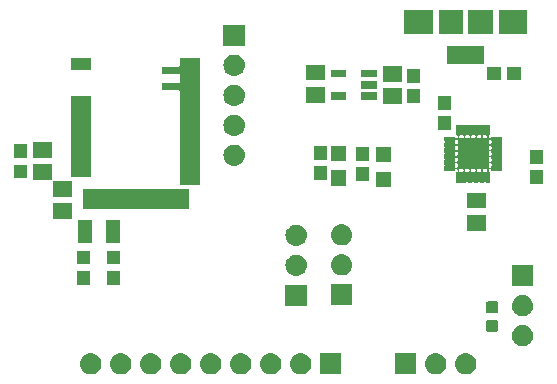
<source format=gbr>
G04 #@! TF.GenerationSoftware,KiCad,Pcbnew,(6.0.0-rc1-dev-1027-g90233e5ec)*
G04 #@! TF.CreationDate,2018-11-05T19:20:42+01:00*
G04 #@! TF.ProjectId,eBoard_remote_reciever,65426F6172645F72656D6F74655F7265,rev?*
G04 #@! TF.SameCoordinates,Original*
G04 #@! TF.FileFunction,Soldermask,Top*
G04 #@! TF.FilePolarity,Negative*
%FSLAX46Y46*%
G04 Gerber Fmt 4.6, Leading zero omitted, Abs format (unit mm)*
G04 Created by KiCad (PCBNEW (6.0.0-rc1-dev-1027-g90233e5ec)) date 05.11.2018 19.20.42*
%MOMM*%
%LPD*%
G01*
G04 APERTURE LIST*
%ADD10C,0.100000*%
G04 APERTURE END LIST*
D10*
G36*
X157111000Y-150761000D02*
X155309000Y-150761000D01*
X155309000Y-148959000D01*
X157111000Y-148959000D01*
X157111000Y-150761000D01*
X157111000Y-150761000D01*
G37*
G36*
X165210443Y-148965519D02*
X165276627Y-148972037D01*
X165389853Y-149006384D01*
X165446467Y-149023557D01*
X165585087Y-149097652D01*
X165602991Y-149107222D01*
X165638729Y-149136552D01*
X165740186Y-149219814D01*
X165823448Y-149321271D01*
X165852778Y-149357009D01*
X165852779Y-149357011D01*
X165936443Y-149513533D01*
X165936443Y-149513534D01*
X165987963Y-149683373D01*
X166005359Y-149860000D01*
X165987963Y-150036627D01*
X165953616Y-150149853D01*
X165936443Y-150206467D01*
X165862348Y-150345087D01*
X165852778Y-150362991D01*
X165823448Y-150398729D01*
X165740186Y-150500186D01*
X165638729Y-150583448D01*
X165602991Y-150612778D01*
X165602989Y-150612779D01*
X165446467Y-150696443D01*
X165389853Y-150713616D01*
X165276627Y-150747963D01*
X165210443Y-150754481D01*
X165144260Y-150761000D01*
X165055740Y-150761000D01*
X164989557Y-150754481D01*
X164923373Y-150747963D01*
X164810147Y-150713616D01*
X164753533Y-150696443D01*
X164597011Y-150612779D01*
X164597009Y-150612778D01*
X164561271Y-150583448D01*
X164459814Y-150500186D01*
X164376552Y-150398729D01*
X164347222Y-150362991D01*
X164337652Y-150345087D01*
X164263557Y-150206467D01*
X164246384Y-150149853D01*
X164212037Y-150036627D01*
X164194641Y-149860000D01*
X164212037Y-149683373D01*
X164263557Y-149513534D01*
X164263557Y-149513533D01*
X164347221Y-149357011D01*
X164347222Y-149357009D01*
X164376552Y-149321271D01*
X164459814Y-149219814D01*
X164561271Y-149136552D01*
X164597009Y-149107222D01*
X164614913Y-149097652D01*
X164753533Y-149023557D01*
X164810147Y-149006384D01*
X164923373Y-148972037D01*
X164989557Y-148965519D01*
X165055740Y-148959000D01*
X165144260Y-148959000D01*
X165210443Y-148965519D01*
X165210443Y-148965519D01*
G37*
G36*
X153780443Y-148965519D02*
X153846627Y-148972037D01*
X153959853Y-149006384D01*
X154016467Y-149023557D01*
X154155087Y-149097652D01*
X154172991Y-149107222D01*
X154208729Y-149136552D01*
X154310186Y-149219814D01*
X154393448Y-149321271D01*
X154422778Y-149357009D01*
X154422779Y-149357011D01*
X154506443Y-149513533D01*
X154506443Y-149513534D01*
X154557963Y-149683373D01*
X154575359Y-149860000D01*
X154557963Y-150036627D01*
X154523616Y-150149853D01*
X154506443Y-150206467D01*
X154432348Y-150345087D01*
X154422778Y-150362991D01*
X154393448Y-150398729D01*
X154310186Y-150500186D01*
X154208729Y-150583448D01*
X154172991Y-150612778D01*
X154172989Y-150612779D01*
X154016467Y-150696443D01*
X153959853Y-150713616D01*
X153846627Y-150747963D01*
X153780443Y-150754481D01*
X153714260Y-150761000D01*
X153625740Y-150761000D01*
X153559557Y-150754481D01*
X153493373Y-150747963D01*
X153380147Y-150713616D01*
X153323533Y-150696443D01*
X153167011Y-150612779D01*
X153167009Y-150612778D01*
X153131271Y-150583448D01*
X153029814Y-150500186D01*
X152946552Y-150398729D01*
X152917222Y-150362991D01*
X152907652Y-150345087D01*
X152833557Y-150206467D01*
X152816384Y-150149853D01*
X152782037Y-150036627D01*
X152764641Y-149860000D01*
X152782037Y-149683373D01*
X152833557Y-149513534D01*
X152833557Y-149513533D01*
X152917221Y-149357011D01*
X152917222Y-149357009D01*
X152946552Y-149321271D01*
X153029814Y-149219814D01*
X153131271Y-149136552D01*
X153167009Y-149107222D01*
X153184913Y-149097652D01*
X153323533Y-149023557D01*
X153380147Y-149006384D01*
X153493373Y-148972037D01*
X153559557Y-148965519D01*
X153625740Y-148959000D01*
X153714260Y-148959000D01*
X153780443Y-148965519D01*
X153780443Y-148965519D01*
G37*
G36*
X151240443Y-148965519D02*
X151306627Y-148972037D01*
X151419853Y-149006384D01*
X151476467Y-149023557D01*
X151615087Y-149097652D01*
X151632991Y-149107222D01*
X151668729Y-149136552D01*
X151770186Y-149219814D01*
X151853448Y-149321271D01*
X151882778Y-149357009D01*
X151882779Y-149357011D01*
X151966443Y-149513533D01*
X151966443Y-149513534D01*
X152017963Y-149683373D01*
X152035359Y-149860000D01*
X152017963Y-150036627D01*
X151983616Y-150149853D01*
X151966443Y-150206467D01*
X151892348Y-150345087D01*
X151882778Y-150362991D01*
X151853448Y-150398729D01*
X151770186Y-150500186D01*
X151668729Y-150583448D01*
X151632991Y-150612778D01*
X151632989Y-150612779D01*
X151476467Y-150696443D01*
X151419853Y-150713616D01*
X151306627Y-150747963D01*
X151240443Y-150754481D01*
X151174260Y-150761000D01*
X151085740Y-150761000D01*
X151019557Y-150754481D01*
X150953373Y-150747963D01*
X150840147Y-150713616D01*
X150783533Y-150696443D01*
X150627011Y-150612779D01*
X150627009Y-150612778D01*
X150591271Y-150583448D01*
X150489814Y-150500186D01*
X150406552Y-150398729D01*
X150377222Y-150362991D01*
X150367652Y-150345087D01*
X150293557Y-150206467D01*
X150276384Y-150149853D01*
X150242037Y-150036627D01*
X150224641Y-149860000D01*
X150242037Y-149683373D01*
X150293557Y-149513534D01*
X150293557Y-149513533D01*
X150377221Y-149357011D01*
X150377222Y-149357009D01*
X150406552Y-149321271D01*
X150489814Y-149219814D01*
X150591271Y-149136552D01*
X150627009Y-149107222D01*
X150644913Y-149097652D01*
X150783533Y-149023557D01*
X150840147Y-149006384D01*
X150953373Y-148972037D01*
X151019557Y-148965519D01*
X151085740Y-148959000D01*
X151174260Y-148959000D01*
X151240443Y-148965519D01*
X151240443Y-148965519D01*
G37*
G36*
X167750443Y-148965519D02*
X167816627Y-148972037D01*
X167929853Y-149006384D01*
X167986467Y-149023557D01*
X168125087Y-149097652D01*
X168142991Y-149107222D01*
X168178729Y-149136552D01*
X168280186Y-149219814D01*
X168363448Y-149321271D01*
X168392778Y-149357009D01*
X168392779Y-149357011D01*
X168476443Y-149513533D01*
X168476443Y-149513534D01*
X168527963Y-149683373D01*
X168545359Y-149860000D01*
X168527963Y-150036627D01*
X168493616Y-150149853D01*
X168476443Y-150206467D01*
X168402348Y-150345087D01*
X168392778Y-150362991D01*
X168363448Y-150398729D01*
X168280186Y-150500186D01*
X168178729Y-150583448D01*
X168142991Y-150612778D01*
X168142989Y-150612779D01*
X167986467Y-150696443D01*
X167929853Y-150713616D01*
X167816627Y-150747963D01*
X167750443Y-150754481D01*
X167684260Y-150761000D01*
X167595740Y-150761000D01*
X167529557Y-150754481D01*
X167463373Y-150747963D01*
X167350147Y-150713616D01*
X167293533Y-150696443D01*
X167137011Y-150612779D01*
X167137009Y-150612778D01*
X167101271Y-150583448D01*
X166999814Y-150500186D01*
X166916552Y-150398729D01*
X166887222Y-150362991D01*
X166877652Y-150345087D01*
X166803557Y-150206467D01*
X166786384Y-150149853D01*
X166752037Y-150036627D01*
X166734641Y-149860000D01*
X166752037Y-149683373D01*
X166803557Y-149513534D01*
X166803557Y-149513533D01*
X166887221Y-149357011D01*
X166887222Y-149357009D01*
X166916552Y-149321271D01*
X166999814Y-149219814D01*
X167101271Y-149136552D01*
X167137009Y-149107222D01*
X167154913Y-149097652D01*
X167293533Y-149023557D01*
X167350147Y-149006384D01*
X167463373Y-148972037D01*
X167529557Y-148965519D01*
X167595740Y-148959000D01*
X167684260Y-148959000D01*
X167750443Y-148965519D01*
X167750443Y-148965519D01*
G37*
G36*
X148700443Y-148965519D02*
X148766627Y-148972037D01*
X148879853Y-149006384D01*
X148936467Y-149023557D01*
X149075087Y-149097652D01*
X149092991Y-149107222D01*
X149128729Y-149136552D01*
X149230186Y-149219814D01*
X149313448Y-149321271D01*
X149342778Y-149357009D01*
X149342779Y-149357011D01*
X149426443Y-149513533D01*
X149426443Y-149513534D01*
X149477963Y-149683373D01*
X149495359Y-149860000D01*
X149477963Y-150036627D01*
X149443616Y-150149853D01*
X149426443Y-150206467D01*
X149352348Y-150345087D01*
X149342778Y-150362991D01*
X149313448Y-150398729D01*
X149230186Y-150500186D01*
X149128729Y-150583448D01*
X149092991Y-150612778D01*
X149092989Y-150612779D01*
X148936467Y-150696443D01*
X148879853Y-150713616D01*
X148766627Y-150747963D01*
X148700443Y-150754481D01*
X148634260Y-150761000D01*
X148545740Y-150761000D01*
X148479557Y-150754481D01*
X148413373Y-150747963D01*
X148300147Y-150713616D01*
X148243533Y-150696443D01*
X148087011Y-150612779D01*
X148087009Y-150612778D01*
X148051271Y-150583448D01*
X147949814Y-150500186D01*
X147866552Y-150398729D01*
X147837222Y-150362991D01*
X147827652Y-150345087D01*
X147753557Y-150206467D01*
X147736384Y-150149853D01*
X147702037Y-150036627D01*
X147684641Y-149860000D01*
X147702037Y-149683373D01*
X147753557Y-149513534D01*
X147753557Y-149513533D01*
X147837221Y-149357011D01*
X147837222Y-149357009D01*
X147866552Y-149321271D01*
X147949814Y-149219814D01*
X148051271Y-149136552D01*
X148087009Y-149107222D01*
X148104913Y-149097652D01*
X148243533Y-149023557D01*
X148300147Y-149006384D01*
X148413373Y-148972037D01*
X148479557Y-148965519D01*
X148545740Y-148959000D01*
X148634260Y-148959000D01*
X148700443Y-148965519D01*
X148700443Y-148965519D01*
G37*
G36*
X146160443Y-148965519D02*
X146226627Y-148972037D01*
X146339853Y-149006384D01*
X146396467Y-149023557D01*
X146535087Y-149097652D01*
X146552991Y-149107222D01*
X146588729Y-149136552D01*
X146690186Y-149219814D01*
X146773448Y-149321271D01*
X146802778Y-149357009D01*
X146802779Y-149357011D01*
X146886443Y-149513533D01*
X146886443Y-149513534D01*
X146937963Y-149683373D01*
X146955359Y-149860000D01*
X146937963Y-150036627D01*
X146903616Y-150149853D01*
X146886443Y-150206467D01*
X146812348Y-150345087D01*
X146802778Y-150362991D01*
X146773448Y-150398729D01*
X146690186Y-150500186D01*
X146588729Y-150583448D01*
X146552991Y-150612778D01*
X146552989Y-150612779D01*
X146396467Y-150696443D01*
X146339853Y-150713616D01*
X146226627Y-150747963D01*
X146160443Y-150754481D01*
X146094260Y-150761000D01*
X146005740Y-150761000D01*
X145939557Y-150754481D01*
X145873373Y-150747963D01*
X145760147Y-150713616D01*
X145703533Y-150696443D01*
X145547011Y-150612779D01*
X145547009Y-150612778D01*
X145511271Y-150583448D01*
X145409814Y-150500186D01*
X145326552Y-150398729D01*
X145297222Y-150362991D01*
X145287652Y-150345087D01*
X145213557Y-150206467D01*
X145196384Y-150149853D01*
X145162037Y-150036627D01*
X145144641Y-149860000D01*
X145162037Y-149683373D01*
X145213557Y-149513534D01*
X145213557Y-149513533D01*
X145297221Y-149357011D01*
X145297222Y-149357009D01*
X145326552Y-149321271D01*
X145409814Y-149219814D01*
X145511271Y-149136552D01*
X145547009Y-149107222D01*
X145564913Y-149097652D01*
X145703533Y-149023557D01*
X145760147Y-149006384D01*
X145873373Y-148972037D01*
X145939557Y-148965519D01*
X146005740Y-148959000D01*
X146094260Y-148959000D01*
X146160443Y-148965519D01*
X146160443Y-148965519D01*
G37*
G36*
X143620443Y-148965519D02*
X143686627Y-148972037D01*
X143799853Y-149006384D01*
X143856467Y-149023557D01*
X143995087Y-149097652D01*
X144012991Y-149107222D01*
X144048729Y-149136552D01*
X144150186Y-149219814D01*
X144233448Y-149321271D01*
X144262778Y-149357009D01*
X144262779Y-149357011D01*
X144346443Y-149513533D01*
X144346443Y-149513534D01*
X144397963Y-149683373D01*
X144415359Y-149860000D01*
X144397963Y-150036627D01*
X144363616Y-150149853D01*
X144346443Y-150206467D01*
X144272348Y-150345087D01*
X144262778Y-150362991D01*
X144233448Y-150398729D01*
X144150186Y-150500186D01*
X144048729Y-150583448D01*
X144012991Y-150612778D01*
X144012989Y-150612779D01*
X143856467Y-150696443D01*
X143799853Y-150713616D01*
X143686627Y-150747963D01*
X143620443Y-150754481D01*
X143554260Y-150761000D01*
X143465740Y-150761000D01*
X143399557Y-150754481D01*
X143333373Y-150747963D01*
X143220147Y-150713616D01*
X143163533Y-150696443D01*
X143007011Y-150612779D01*
X143007009Y-150612778D01*
X142971271Y-150583448D01*
X142869814Y-150500186D01*
X142786552Y-150398729D01*
X142757222Y-150362991D01*
X142747652Y-150345087D01*
X142673557Y-150206467D01*
X142656384Y-150149853D01*
X142622037Y-150036627D01*
X142604641Y-149860000D01*
X142622037Y-149683373D01*
X142673557Y-149513534D01*
X142673557Y-149513533D01*
X142757221Y-149357011D01*
X142757222Y-149357009D01*
X142786552Y-149321271D01*
X142869814Y-149219814D01*
X142971271Y-149136552D01*
X143007009Y-149107222D01*
X143024913Y-149097652D01*
X143163533Y-149023557D01*
X143220147Y-149006384D01*
X143333373Y-148972037D01*
X143399557Y-148965519D01*
X143465740Y-148959000D01*
X143554260Y-148959000D01*
X143620443Y-148965519D01*
X143620443Y-148965519D01*
G37*
G36*
X141080443Y-148965519D02*
X141146627Y-148972037D01*
X141259853Y-149006384D01*
X141316467Y-149023557D01*
X141455087Y-149097652D01*
X141472991Y-149107222D01*
X141508729Y-149136552D01*
X141610186Y-149219814D01*
X141693448Y-149321271D01*
X141722778Y-149357009D01*
X141722779Y-149357011D01*
X141806443Y-149513533D01*
X141806443Y-149513534D01*
X141857963Y-149683373D01*
X141875359Y-149860000D01*
X141857963Y-150036627D01*
X141823616Y-150149853D01*
X141806443Y-150206467D01*
X141732348Y-150345087D01*
X141722778Y-150362991D01*
X141693448Y-150398729D01*
X141610186Y-150500186D01*
X141508729Y-150583448D01*
X141472991Y-150612778D01*
X141472989Y-150612779D01*
X141316467Y-150696443D01*
X141259853Y-150713616D01*
X141146627Y-150747963D01*
X141080443Y-150754481D01*
X141014260Y-150761000D01*
X140925740Y-150761000D01*
X140859557Y-150754481D01*
X140793373Y-150747963D01*
X140680147Y-150713616D01*
X140623533Y-150696443D01*
X140467011Y-150612779D01*
X140467009Y-150612778D01*
X140431271Y-150583448D01*
X140329814Y-150500186D01*
X140246552Y-150398729D01*
X140217222Y-150362991D01*
X140207652Y-150345087D01*
X140133557Y-150206467D01*
X140116384Y-150149853D01*
X140082037Y-150036627D01*
X140064641Y-149860000D01*
X140082037Y-149683373D01*
X140133557Y-149513534D01*
X140133557Y-149513533D01*
X140217221Y-149357011D01*
X140217222Y-149357009D01*
X140246552Y-149321271D01*
X140329814Y-149219814D01*
X140431271Y-149136552D01*
X140467009Y-149107222D01*
X140484913Y-149097652D01*
X140623533Y-149023557D01*
X140680147Y-149006384D01*
X140793373Y-148972037D01*
X140859557Y-148965519D01*
X140925740Y-148959000D01*
X141014260Y-148959000D01*
X141080443Y-148965519D01*
X141080443Y-148965519D01*
G37*
G36*
X138540443Y-148965519D02*
X138606627Y-148972037D01*
X138719853Y-149006384D01*
X138776467Y-149023557D01*
X138915087Y-149097652D01*
X138932991Y-149107222D01*
X138968729Y-149136552D01*
X139070186Y-149219814D01*
X139153448Y-149321271D01*
X139182778Y-149357009D01*
X139182779Y-149357011D01*
X139266443Y-149513533D01*
X139266443Y-149513534D01*
X139317963Y-149683373D01*
X139335359Y-149860000D01*
X139317963Y-150036627D01*
X139283616Y-150149853D01*
X139266443Y-150206467D01*
X139192348Y-150345087D01*
X139182778Y-150362991D01*
X139153448Y-150398729D01*
X139070186Y-150500186D01*
X138968729Y-150583448D01*
X138932991Y-150612778D01*
X138932989Y-150612779D01*
X138776467Y-150696443D01*
X138719853Y-150713616D01*
X138606627Y-150747963D01*
X138540443Y-150754481D01*
X138474260Y-150761000D01*
X138385740Y-150761000D01*
X138319557Y-150754481D01*
X138253373Y-150747963D01*
X138140147Y-150713616D01*
X138083533Y-150696443D01*
X137927011Y-150612779D01*
X137927009Y-150612778D01*
X137891271Y-150583448D01*
X137789814Y-150500186D01*
X137706552Y-150398729D01*
X137677222Y-150362991D01*
X137667652Y-150345087D01*
X137593557Y-150206467D01*
X137576384Y-150149853D01*
X137542037Y-150036627D01*
X137524641Y-149860000D01*
X137542037Y-149683373D01*
X137593557Y-149513534D01*
X137593557Y-149513533D01*
X137677221Y-149357011D01*
X137677222Y-149357009D01*
X137706552Y-149321271D01*
X137789814Y-149219814D01*
X137891271Y-149136552D01*
X137927009Y-149107222D01*
X137944913Y-149097652D01*
X138083533Y-149023557D01*
X138140147Y-149006384D01*
X138253373Y-148972037D01*
X138319557Y-148965519D01*
X138385740Y-148959000D01*
X138474260Y-148959000D01*
X138540443Y-148965519D01*
X138540443Y-148965519D01*
G37*
G36*
X136000443Y-148965519D02*
X136066627Y-148972037D01*
X136179853Y-149006384D01*
X136236467Y-149023557D01*
X136375087Y-149097652D01*
X136392991Y-149107222D01*
X136428729Y-149136552D01*
X136530186Y-149219814D01*
X136613448Y-149321271D01*
X136642778Y-149357009D01*
X136642779Y-149357011D01*
X136726443Y-149513533D01*
X136726443Y-149513534D01*
X136777963Y-149683373D01*
X136795359Y-149860000D01*
X136777963Y-150036627D01*
X136743616Y-150149853D01*
X136726443Y-150206467D01*
X136652348Y-150345087D01*
X136642778Y-150362991D01*
X136613448Y-150398729D01*
X136530186Y-150500186D01*
X136428729Y-150583448D01*
X136392991Y-150612778D01*
X136392989Y-150612779D01*
X136236467Y-150696443D01*
X136179853Y-150713616D01*
X136066627Y-150747963D01*
X136000443Y-150754481D01*
X135934260Y-150761000D01*
X135845740Y-150761000D01*
X135779557Y-150754481D01*
X135713373Y-150747963D01*
X135600147Y-150713616D01*
X135543533Y-150696443D01*
X135387011Y-150612779D01*
X135387009Y-150612778D01*
X135351271Y-150583448D01*
X135249814Y-150500186D01*
X135166552Y-150398729D01*
X135137222Y-150362991D01*
X135127652Y-150345087D01*
X135053557Y-150206467D01*
X135036384Y-150149853D01*
X135002037Y-150036627D01*
X134984641Y-149860000D01*
X135002037Y-149683373D01*
X135053557Y-149513534D01*
X135053557Y-149513533D01*
X135137221Y-149357011D01*
X135137222Y-149357009D01*
X135166552Y-149321271D01*
X135249814Y-149219814D01*
X135351271Y-149136552D01*
X135387009Y-149107222D01*
X135404913Y-149097652D01*
X135543533Y-149023557D01*
X135600147Y-149006384D01*
X135713373Y-148972037D01*
X135779557Y-148965519D01*
X135845740Y-148959000D01*
X135934260Y-148959000D01*
X136000443Y-148965519D01*
X136000443Y-148965519D01*
G37*
G36*
X163461000Y-150761000D02*
X161659000Y-150761000D01*
X161659000Y-148959000D01*
X163461000Y-148959000D01*
X163461000Y-150761000D01*
X163461000Y-150761000D01*
G37*
G36*
X172561203Y-146582999D02*
X172627387Y-146589517D01*
X172740613Y-146623864D01*
X172797227Y-146641037D01*
X172935847Y-146715132D01*
X172953751Y-146724702D01*
X172989489Y-146754032D01*
X173090946Y-146837294D01*
X173145648Y-146903950D01*
X173203538Y-146974489D01*
X173203539Y-146974491D01*
X173287203Y-147131013D01*
X173304376Y-147187627D01*
X173338723Y-147300853D01*
X173356119Y-147477480D01*
X173338723Y-147654107D01*
X173304376Y-147767333D01*
X173287203Y-147823947D01*
X173213108Y-147962567D01*
X173203538Y-147980471D01*
X173174208Y-148016209D01*
X173090946Y-148117666D01*
X172989489Y-148200928D01*
X172953751Y-148230258D01*
X172953749Y-148230259D01*
X172797227Y-148313923D01*
X172740613Y-148331096D01*
X172627387Y-148365443D01*
X172561203Y-148371961D01*
X172495020Y-148378480D01*
X172406500Y-148378480D01*
X172340317Y-148371961D01*
X172274133Y-148365443D01*
X172160907Y-148331096D01*
X172104293Y-148313923D01*
X171947771Y-148230259D01*
X171947769Y-148230258D01*
X171912031Y-148200928D01*
X171810574Y-148117666D01*
X171727312Y-148016209D01*
X171697982Y-147980471D01*
X171688412Y-147962567D01*
X171614317Y-147823947D01*
X171597144Y-147767333D01*
X171562797Y-147654107D01*
X171545401Y-147477480D01*
X171562797Y-147300853D01*
X171597144Y-147187627D01*
X171614317Y-147131013D01*
X171697981Y-146974491D01*
X171697982Y-146974489D01*
X171755872Y-146903950D01*
X171810574Y-146837294D01*
X171912031Y-146754032D01*
X171947769Y-146724702D01*
X171965673Y-146715132D01*
X172104293Y-146641037D01*
X172160907Y-146623864D01*
X172274133Y-146589517D01*
X172340317Y-146582999D01*
X172406500Y-146576480D01*
X172495020Y-146576480D01*
X172561203Y-146582999D01*
X172561203Y-146582999D01*
G37*
G36*
X170249711Y-146175285D02*
X170283689Y-146185593D01*
X170315007Y-146202333D01*
X170342459Y-146224861D01*
X170364987Y-146252313D01*
X170381727Y-146283631D01*
X170392035Y-146317609D01*
X170396120Y-146359090D01*
X170396120Y-146960310D01*
X170392035Y-147001791D01*
X170381727Y-147035769D01*
X170364987Y-147067087D01*
X170342459Y-147094539D01*
X170315007Y-147117067D01*
X170283689Y-147133807D01*
X170249711Y-147144115D01*
X170208230Y-147148200D01*
X169532010Y-147148200D01*
X169490529Y-147144115D01*
X169456551Y-147133807D01*
X169425233Y-147117067D01*
X169397781Y-147094539D01*
X169375253Y-147067087D01*
X169358513Y-147035769D01*
X169348205Y-147001791D01*
X169344120Y-146960310D01*
X169344120Y-146359090D01*
X169348205Y-146317609D01*
X169358513Y-146283631D01*
X169375253Y-146252313D01*
X169397781Y-146224861D01*
X169425233Y-146202333D01*
X169456551Y-146185593D01*
X169490529Y-146175285D01*
X169532010Y-146171200D01*
X170208230Y-146171200D01*
X170249711Y-146175285D01*
X170249711Y-146175285D01*
G37*
G36*
X172561203Y-144042999D02*
X172627387Y-144049517D01*
X172740613Y-144083864D01*
X172797227Y-144101037D01*
X172935847Y-144175132D01*
X172953751Y-144184702D01*
X172989489Y-144214032D01*
X173090946Y-144297294D01*
X173174208Y-144398751D01*
X173203538Y-144434489D01*
X173203539Y-144434491D01*
X173287203Y-144591013D01*
X173290200Y-144600893D01*
X173338723Y-144760853D01*
X173356119Y-144937480D01*
X173338723Y-145114107D01*
X173304376Y-145227333D01*
X173287203Y-145283947D01*
X173213187Y-145422420D01*
X173203538Y-145440471D01*
X173183696Y-145464648D01*
X173090946Y-145577666D01*
X172989489Y-145660928D01*
X172953751Y-145690258D01*
X172953749Y-145690259D01*
X172797227Y-145773923D01*
X172740613Y-145791096D01*
X172627387Y-145825443D01*
X172561202Y-145831962D01*
X172495020Y-145838480D01*
X172406500Y-145838480D01*
X172340318Y-145831962D01*
X172274133Y-145825443D01*
X172160907Y-145791096D01*
X172104293Y-145773923D01*
X171947771Y-145690259D01*
X171947769Y-145690258D01*
X171912031Y-145660928D01*
X171810574Y-145577666D01*
X171717824Y-145464648D01*
X171697982Y-145440471D01*
X171688333Y-145422420D01*
X171614317Y-145283947D01*
X171597144Y-145227333D01*
X171562797Y-145114107D01*
X171545401Y-144937480D01*
X171562797Y-144760853D01*
X171611320Y-144600893D01*
X171614317Y-144591013D01*
X171697981Y-144434491D01*
X171697982Y-144434489D01*
X171727312Y-144398751D01*
X171810574Y-144297294D01*
X171912031Y-144214032D01*
X171947769Y-144184702D01*
X171965673Y-144175132D01*
X172104293Y-144101037D01*
X172160907Y-144083864D01*
X172274133Y-144049517D01*
X172340317Y-144042999D01*
X172406500Y-144036480D01*
X172495020Y-144036480D01*
X172561203Y-144042999D01*
X172561203Y-144042999D01*
G37*
G36*
X170249711Y-144600285D02*
X170283689Y-144610593D01*
X170315007Y-144627333D01*
X170342459Y-144649861D01*
X170364987Y-144677313D01*
X170381727Y-144708631D01*
X170392035Y-144742609D01*
X170396120Y-144784090D01*
X170396120Y-145385310D01*
X170392035Y-145426791D01*
X170381727Y-145460769D01*
X170364987Y-145492087D01*
X170342459Y-145519539D01*
X170315007Y-145542067D01*
X170283689Y-145558807D01*
X170249711Y-145569115D01*
X170208230Y-145573200D01*
X169532010Y-145573200D01*
X169490529Y-145569115D01*
X169456551Y-145558807D01*
X169425233Y-145542067D01*
X169397781Y-145519539D01*
X169375253Y-145492087D01*
X169358513Y-145460769D01*
X169348205Y-145426791D01*
X169344120Y-145385310D01*
X169344120Y-144784090D01*
X169348205Y-144742609D01*
X169358513Y-144708631D01*
X169375253Y-144677313D01*
X169397781Y-144649861D01*
X169425233Y-144627333D01*
X169456551Y-144610593D01*
X169490529Y-144600285D01*
X169532010Y-144596200D01*
X170208230Y-144596200D01*
X170249711Y-144600285D01*
X170249711Y-144600285D01*
G37*
G36*
X154184920Y-144964720D02*
X152382920Y-144964720D01*
X152382920Y-143162720D01*
X154184920Y-143162720D01*
X154184920Y-144964720D01*
X154184920Y-144964720D01*
G37*
G36*
X158035560Y-144919000D02*
X156233560Y-144919000D01*
X156233560Y-143117000D01*
X158035560Y-143117000D01*
X158035560Y-144919000D01*
X158035560Y-144919000D01*
G37*
G36*
X173351760Y-143298480D02*
X171549760Y-143298480D01*
X171549760Y-141496480D01*
X173351760Y-141496480D01*
X173351760Y-143298480D01*
X173351760Y-143298480D01*
G37*
G36*
X138401680Y-143165220D02*
X137300080Y-143165220D01*
X137300080Y-141988620D01*
X138401680Y-141988620D01*
X138401680Y-143165220D01*
X138401680Y-143165220D01*
G37*
G36*
X135861680Y-143165220D02*
X134760080Y-143165220D01*
X134760080Y-141988620D01*
X135861680Y-141988620D01*
X135861680Y-143165220D01*
X135861680Y-143165220D01*
G37*
G36*
X153394362Y-140629238D02*
X153460547Y-140635757D01*
X153573773Y-140670104D01*
X153630387Y-140687277D01*
X153701374Y-140725221D01*
X153786911Y-140770942D01*
X153822649Y-140800272D01*
X153924106Y-140883534D01*
X153999176Y-140975009D01*
X154036698Y-141020729D01*
X154036699Y-141020731D01*
X154120363Y-141177253D01*
X154120363Y-141177254D01*
X154171883Y-141347093D01*
X154189279Y-141523720D01*
X154171883Y-141700347D01*
X154137536Y-141813573D01*
X154120363Y-141870187D01*
X154061137Y-141980989D01*
X154036698Y-142026711D01*
X154007368Y-142062449D01*
X153924106Y-142163906D01*
X153822649Y-142247168D01*
X153786911Y-142276498D01*
X153786909Y-142276499D01*
X153630387Y-142360163D01*
X153573773Y-142377336D01*
X153460547Y-142411683D01*
X153394362Y-142418202D01*
X153328180Y-142424720D01*
X153239660Y-142424720D01*
X153173478Y-142418202D01*
X153107293Y-142411683D01*
X152994067Y-142377336D01*
X152937453Y-142360163D01*
X152780931Y-142276499D01*
X152780929Y-142276498D01*
X152745191Y-142247168D01*
X152643734Y-142163906D01*
X152560472Y-142062449D01*
X152531142Y-142026711D01*
X152506703Y-141980989D01*
X152447477Y-141870187D01*
X152430304Y-141813573D01*
X152395957Y-141700347D01*
X152378561Y-141523720D01*
X152395957Y-141347093D01*
X152447477Y-141177254D01*
X152447477Y-141177253D01*
X152531141Y-141020731D01*
X152531142Y-141020729D01*
X152568664Y-140975009D01*
X152643734Y-140883534D01*
X152745191Y-140800272D01*
X152780929Y-140770942D01*
X152866466Y-140725221D01*
X152937453Y-140687277D01*
X152994067Y-140670104D01*
X153107293Y-140635757D01*
X153173478Y-140629238D01*
X153239660Y-140622720D01*
X153328180Y-140622720D01*
X153394362Y-140629238D01*
X153394362Y-140629238D01*
G37*
G36*
X157245003Y-140583519D02*
X157311187Y-140590037D01*
X157418929Y-140622720D01*
X157481027Y-140641557D01*
X157619647Y-140715652D01*
X157637551Y-140725222D01*
X157673289Y-140754552D01*
X157774746Y-140837814D01*
X157858008Y-140939271D01*
X157887338Y-140975009D01*
X157887339Y-140975011D01*
X157971003Y-141131533D01*
X157971003Y-141131534D01*
X158022523Y-141301373D01*
X158039919Y-141478000D01*
X158022523Y-141654627D01*
X158008654Y-141700347D01*
X157971003Y-141824467D01*
X157896908Y-141963087D01*
X157887338Y-141980991D01*
X157858008Y-142016729D01*
X157774746Y-142118186D01*
X157673289Y-142201448D01*
X157637551Y-142230778D01*
X157637549Y-142230779D01*
X157481027Y-142314443D01*
X157424413Y-142331616D01*
X157311187Y-142365963D01*
X157245002Y-142372482D01*
X157178820Y-142379000D01*
X157090300Y-142379000D01*
X157024118Y-142372482D01*
X156957933Y-142365963D01*
X156844707Y-142331616D01*
X156788093Y-142314443D01*
X156631571Y-142230779D01*
X156631569Y-142230778D01*
X156595831Y-142201448D01*
X156494374Y-142118186D01*
X156411112Y-142016729D01*
X156381782Y-141980991D01*
X156372212Y-141963087D01*
X156298117Y-141824467D01*
X156260466Y-141700347D01*
X156246597Y-141654627D01*
X156229201Y-141478000D01*
X156246597Y-141301373D01*
X156298117Y-141131534D01*
X156298117Y-141131533D01*
X156381781Y-140975011D01*
X156381782Y-140975009D01*
X156411112Y-140939271D01*
X156494374Y-140837814D01*
X156595831Y-140754552D01*
X156631569Y-140725222D01*
X156649473Y-140715652D01*
X156788093Y-140641557D01*
X156850191Y-140622720D01*
X156957933Y-140590037D01*
X157024117Y-140583519D01*
X157090300Y-140577000D01*
X157178820Y-140577000D01*
X157245003Y-140583519D01*
X157245003Y-140583519D01*
G37*
G36*
X135861680Y-141465220D02*
X134760080Y-141465220D01*
X134760080Y-140288620D01*
X135861680Y-140288620D01*
X135861680Y-141465220D01*
X135861680Y-141465220D01*
G37*
G36*
X138401680Y-141465220D02*
X137300080Y-141465220D01*
X137300080Y-140288620D01*
X138401680Y-140288620D01*
X138401680Y-141465220D01*
X138401680Y-141465220D01*
G37*
G36*
X153394363Y-138089239D02*
X153460547Y-138095757D01*
X153573773Y-138130104D01*
X153630387Y-138147277D01*
X153701374Y-138185221D01*
X153786911Y-138230942D01*
X153822649Y-138260272D01*
X153924106Y-138343534D01*
X153999176Y-138435009D01*
X154036698Y-138480729D01*
X154036699Y-138480731D01*
X154120363Y-138637253D01*
X154120363Y-138637254D01*
X154171883Y-138807093D01*
X154189279Y-138983720D01*
X154171883Y-139160347D01*
X154137536Y-139273573D01*
X154120363Y-139330187D01*
X154061137Y-139440989D01*
X154036698Y-139486711D01*
X154007368Y-139522449D01*
X153924106Y-139623906D01*
X153822649Y-139707168D01*
X153786911Y-139736498D01*
X153786909Y-139736499D01*
X153630387Y-139820163D01*
X153573773Y-139837336D01*
X153460547Y-139871683D01*
X153394362Y-139878202D01*
X153328180Y-139884720D01*
X153239660Y-139884720D01*
X153173478Y-139878202D01*
X153107293Y-139871683D01*
X152994067Y-139837336D01*
X152937453Y-139820163D01*
X152780931Y-139736499D01*
X152780929Y-139736498D01*
X152745191Y-139707168D01*
X152643734Y-139623906D01*
X152560472Y-139522449D01*
X152531142Y-139486711D01*
X152506703Y-139440989D01*
X152447477Y-139330187D01*
X152430304Y-139273573D01*
X152395957Y-139160347D01*
X152378561Y-138983720D01*
X152395957Y-138807093D01*
X152447477Y-138637254D01*
X152447477Y-138637253D01*
X152531141Y-138480731D01*
X152531142Y-138480729D01*
X152568664Y-138435009D01*
X152643734Y-138343534D01*
X152745191Y-138260272D01*
X152780929Y-138230942D01*
X152866466Y-138185221D01*
X152937453Y-138147277D01*
X152994067Y-138130104D01*
X153107293Y-138095757D01*
X153173477Y-138089239D01*
X153239660Y-138082720D01*
X153328180Y-138082720D01*
X153394363Y-138089239D01*
X153394363Y-138089239D01*
G37*
G36*
X157245002Y-138043518D02*
X157311187Y-138050037D01*
X157418929Y-138082720D01*
X157481027Y-138101557D01*
X157619647Y-138175652D01*
X157637551Y-138185222D01*
X157673289Y-138214552D01*
X157774746Y-138297814D01*
X157858008Y-138399271D01*
X157887338Y-138435009D01*
X157887339Y-138435011D01*
X157971003Y-138591533D01*
X157971003Y-138591534D01*
X158022523Y-138761373D01*
X158039919Y-138938000D01*
X158022523Y-139114627D01*
X158008654Y-139160347D01*
X157971003Y-139284467D01*
X157896908Y-139423087D01*
X157887338Y-139440991D01*
X157858008Y-139476729D01*
X157774746Y-139578186D01*
X157673289Y-139661448D01*
X157637551Y-139690778D01*
X157637549Y-139690779D01*
X157481027Y-139774443D01*
X157424413Y-139791616D01*
X157311187Y-139825963D01*
X157245003Y-139832481D01*
X157178820Y-139839000D01*
X157090300Y-139839000D01*
X157024117Y-139832481D01*
X156957933Y-139825963D01*
X156844707Y-139791616D01*
X156788093Y-139774443D01*
X156631571Y-139690779D01*
X156631569Y-139690778D01*
X156595831Y-139661448D01*
X156494374Y-139578186D01*
X156411112Y-139476729D01*
X156381782Y-139440991D01*
X156372212Y-139423087D01*
X156298117Y-139284467D01*
X156260466Y-139160347D01*
X156246597Y-139114627D01*
X156229201Y-138938000D01*
X156246597Y-138761373D01*
X156298117Y-138591534D01*
X156298117Y-138591533D01*
X156381781Y-138435011D01*
X156381782Y-138435009D01*
X156411112Y-138399271D01*
X156494374Y-138297814D01*
X156595831Y-138214552D01*
X156631569Y-138185222D01*
X156649473Y-138175652D01*
X156788093Y-138101557D01*
X156850191Y-138082720D01*
X156957933Y-138050037D01*
X157024118Y-138043518D01*
X157090300Y-138037000D01*
X157178820Y-138037000D01*
X157245002Y-138043518D01*
X157245002Y-138043518D01*
G37*
G36*
X135981680Y-139679720D02*
X134780080Y-139679720D01*
X134780080Y-137678120D01*
X135981680Y-137678120D01*
X135981680Y-139679720D01*
X135981680Y-139679720D01*
G37*
G36*
X138381680Y-139679720D02*
X137180080Y-139679720D01*
X137180080Y-137678120D01*
X138381680Y-137678120D01*
X138381680Y-139679720D01*
X138381680Y-139679720D01*
G37*
G36*
X169390760Y-138623320D02*
X167789160Y-138623320D01*
X167789160Y-137281720D01*
X169390760Y-137281720D01*
X169390760Y-138623320D01*
X169390760Y-138623320D01*
G37*
G36*
X134298120Y-137617480D02*
X132696520Y-137617480D01*
X132696520Y-136275880D01*
X134298120Y-136275880D01*
X134298120Y-137617480D01*
X134298120Y-137617480D01*
G37*
G36*
X144190800Y-136770800D02*
X135209200Y-136770800D01*
X135209200Y-135069200D01*
X144190800Y-135069200D01*
X144190800Y-136770800D01*
X144190800Y-136770800D01*
G37*
G36*
X169390760Y-136723320D02*
X167789160Y-136723320D01*
X167789160Y-135381720D01*
X169390760Y-135381720D01*
X169390760Y-136723320D01*
X169390760Y-136723320D01*
G37*
G36*
X132639500Y-134250880D02*
X132641902Y-134275266D01*
X132649015Y-134298715D01*
X132660566Y-134320326D01*
X132676112Y-134339268D01*
X132695054Y-134354814D01*
X132716665Y-134366365D01*
X132740114Y-134373478D01*
X132764500Y-134375880D01*
X134298120Y-134375880D01*
X134298120Y-135717480D01*
X132696520Y-135717480D01*
X132696520Y-134435400D01*
X132694118Y-134411014D01*
X132687005Y-134387565D01*
X132675454Y-134365954D01*
X132659908Y-134347012D01*
X132640966Y-134331466D01*
X132619355Y-134319915D01*
X132595906Y-134312802D01*
X132571520Y-134310400D01*
X131037900Y-134310400D01*
X131037900Y-132968800D01*
X132639500Y-132968800D01*
X132639500Y-134250880D01*
X132639500Y-134250880D01*
G37*
G36*
X161336280Y-134928880D02*
X160034680Y-134928880D01*
X160034680Y-133627280D01*
X161336280Y-133627280D01*
X161336280Y-134928880D01*
X161336280Y-134928880D01*
G37*
G36*
X157546600Y-134796800D02*
X156245000Y-134796800D01*
X156245000Y-133495200D01*
X157546600Y-133495200D01*
X157546600Y-134796800D01*
X157546600Y-134796800D01*
G37*
G36*
X145150800Y-134760800D02*
X143449200Y-134760800D01*
X143449200Y-126845800D01*
X143446798Y-126821414D01*
X143439685Y-126797965D01*
X143428134Y-126776354D01*
X143412588Y-126757412D01*
X143393646Y-126741866D01*
X143372035Y-126730315D01*
X143348586Y-126723202D01*
X143324200Y-126720800D01*
X141949200Y-126720800D01*
X141949200Y-126119200D01*
X143324200Y-126119200D01*
X143348586Y-126116798D01*
X143372035Y-126109685D01*
X143393646Y-126098134D01*
X143412588Y-126082588D01*
X143428134Y-126063646D01*
X143439685Y-126042035D01*
X143446798Y-126018586D01*
X143449200Y-125994200D01*
X143449200Y-125445800D01*
X143446798Y-125421414D01*
X143439685Y-125397965D01*
X143428134Y-125376354D01*
X143412588Y-125357412D01*
X143393646Y-125341866D01*
X143372035Y-125330315D01*
X143348586Y-125323202D01*
X143324200Y-125320800D01*
X141949200Y-125320800D01*
X141949200Y-124719200D01*
X143324200Y-124719200D01*
X143348586Y-124716798D01*
X143372035Y-124709685D01*
X143393646Y-124698134D01*
X143412588Y-124682588D01*
X143428134Y-124663646D01*
X143439685Y-124642035D01*
X143446798Y-124618586D01*
X143449200Y-124594200D01*
X143449200Y-123969200D01*
X145150800Y-123969200D01*
X145150800Y-134760800D01*
X145150800Y-134760800D01*
G37*
G36*
X174205520Y-134656220D02*
X173103920Y-134656220D01*
X173103920Y-133479620D01*
X174205520Y-133479620D01*
X174205520Y-134656220D01*
X174205520Y-134656220D01*
G37*
G36*
X167189201Y-129630425D02*
X167195257Y-129632262D01*
X167206706Y-129638382D01*
X167216067Y-129644638D01*
X167238706Y-129654017D01*
X167262739Y-129658799D01*
X167287243Y-129658801D01*
X167311277Y-129654022D01*
X167333917Y-129644646D01*
X167343284Y-129638388D01*
X167354743Y-129632262D01*
X167360799Y-129630425D01*
X167373240Y-129629200D01*
X167676760Y-129629200D01*
X167689201Y-129630425D01*
X167695257Y-129632262D01*
X167706706Y-129638382D01*
X167716067Y-129644638D01*
X167738706Y-129654017D01*
X167762739Y-129658799D01*
X167787243Y-129658801D01*
X167811277Y-129654022D01*
X167833917Y-129644646D01*
X167843284Y-129638388D01*
X167854743Y-129632262D01*
X167860799Y-129630425D01*
X167873240Y-129629200D01*
X168176760Y-129629200D01*
X168189201Y-129630425D01*
X168195257Y-129632262D01*
X168206706Y-129638382D01*
X168216067Y-129644638D01*
X168238706Y-129654017D01*
X168262739Y-129658799D01*
X168287243Y-129658801D01*
X168311277Y-129654022D01*
X168333917Y-129644646D01*
X168343284Y-129638388D01*
X168354743Y-129632262D01*
X168360799Y-129630425D01*
X168373240Y-129629200D01*
X168676760Y-129629200D01*
X168689201Y-129630425D01*
X168695257Y-129632262D01*
X168706706Y-129638382D01*
X168716067Y-129644638D01*
X168738706Y-129654017D01*
X168762739Y-129658799D01*
X168787243Y-129658801D01*
X168811277Y-129654022D01*
X168833917Y-129644646D01*
X168843284Y-129638388D01*
X168854743Y-129632262D01*
X168860799Y-129630425D01*
X168873240Y-129629200D01*
X169176760Y-129629200D01*
X169189201Y-129630425D01*
X169195257Y-129632262D01*
X169206706Y-129638382D01*
X169216067Y-129644638D01*
X169238706Y-129654017D01*
X169262739Y-129658799D01*
X169287243Y-129658801D01*
X169311277Y-129654022D01*
X169333917Y-129644646D01*
X169343284Y-129638388D01*
X169354743Y-129632262D01*
X169360799Y-129630425D01*
X169373240Y-129629200D01*
X169676760Y-129629200D01*
X169689201Y-129630425D01*
X169695257Y-129632262D01*
X169700843Y-129635248D01*
X169705736Y-129639264D01*
X169709752Y-129644157D01*
X169712738Y-129649743D01*
X169714575Y-129655799D01*
X169715800Y-129668240D01*
X169715800Y-130491759D01*
X169714621Y-130503728D01*
X169714621Y-130528232D01*
X169714966Y-130529964D01*
X169713245Y-130529622D01*
X169688717Y-130529622D01*
X169686881Y-130529803D01*
X169662848Y-130534586D01*
X169640210Y-130543965D01*
X169619837Y-130557581D01*
X169602511Y-130574910D01*
X169588899Y-130595286D01*
X169579524Y-130617925D01*
X169574746Y-130641959D01*
X169574748Y-130666464D01*
X169579531Y-130690497D01*
X169588910Y-130713135D01*
X169596167Y-130723994D01*
X169596866Y-130725301D01*
X169597808Y-130726449D01*
X169602526Y-130733508D01*
X169608521Y-130739502D01*
X169612412Y-130744243D01*
X169617162Y-130748141D01*
X169619855Y-130750834D01*
X169623015Y-130752945D01*
X169631354Y-130759789D01*
X169652965Y-130771340D01*
X169676414Y-130778453D01*
X169700800Y-130780855D01*
X169725186Y-130778453D01*
X169748635Y-130771340D01*
X169770246Y-130759789D01*
X169789188Y-130744243D01*
X169804734Y-130725301D01*
X169816285Y-130703690D01*
X169825197Y-130668119D01*
X169825378Y-130666283D01*
X169825380Y-130641778D01*
X169825033Y-130640034D01*
X169826766Y-130640379D01*
X169851272Y-130640379D01*
X169863241Y-130639200D01*
X170686760Y-130639200D01*
X170699201Y-130640425D01*
X170705257Y-130642262D01*
X170710843Y-130645248D01*
X170715736Y-130649264D01*
X170719752Y-130654157D01*
X170722738Y-130659743D01*
X170724575Y-130665799D01*
X170725800Y-130678240D01*
X170725800Y-130981760D01*
X170724575Y-130994201D01*
X170722738Y-131000257D01*
X170716618Y-131011706D01*
X170710362Y-131021067D01*
X170700983Y-131043706D01*
X170696201Y-131067739D01*
X170696199Y-131092243D01*
X170700978Y-131116277D01*
X170710354Y-131138917D01*
X170716612Y-131148284D01*
X170722738Y-131159743D01*
X170724575Y-131165799D01*
X170725800Y-131178240D01*
X170725800Y-131481760D01*
X170724575Y-131494201D01*
X170722738Y-131500257D01*
X170716618Y-131511706D01*
X170710362Y-131521067D01*
X170700983Y-131543706D01*
X170696201Y-131567739D01*
X170696199Y-131592243D01*
X170700978Y-131616277D01*
X170710354Y-131638917D01*
X170716612Y-131648284D01*
X170722738Y-131659743D01*
X170724575Y-131665799D01*
X170725800Y-131678240D01*
X170725800Y-131981760D01*
X170724575Y-131994201D01*
X170722738Y-132000257D01*
X170716618Y-132011706D01*
X170710362Y-132021067D01*
X170700983Y-132043706D01*
X170696201Y-132067739D01*
X170696199Y-132092243D01*
X170700978Y-132116277D01*
X170710354Y-132138917D01*
X170716612Y-132148284D01*
X170722738Y-132159743D01*
X170724575Y-132165799D01*
X170725800Y-132178240D01*
X170725800Y-132481760D01*
X170724575Y-132494201D01*
X170722738Y-132500257D01*
X170716618Y-132511706D01*
X170710362Y-132521067D01*
X170700983Y-132543706D01*
X170696201Y-132567739D01*
X170696199Y-132592243D01*
X170700978Y-132616277D01*
X170710354Y-132638917D01*
X170716612Y-132648284D01*
X170722738Y-132659743D01*
X170724575Y-132665799D01*
X170725800Y-132678240D01*
X170725800Y-132981760D01*
X170724575Y-132994201D01*
X170722738Y-133000257D01*
X170716618Y-133011706D01*
X170710362Y-133021067D01*
X170700983Y-133043706D01*
X170696201Y-133067739D01*
X170696199Y-133092243D01*
X170700978Y-133116277D01*
X170710354Y-133138917D01*
X170716612Y-133148284D01*
X170722738Y-133159743D01*
X170724575Y-133165799D01*
X170725800Y-133178240D01*
X170725800Y-133481760D01*
X170724575Y-133494201D01*
X170722738Y-133500257D01*
X170719752Y-133505843D01*
X170715736Y-133510736D01*
X170710843Y-133514752D01*
X170705257Y-133517738D01*
X170699201Y-133519575D01*
X170686760Y-133520800D01*
X169863241Y-133520800D01*
X169851272Y-133519621D01*
X169826768Y-133519621D01*
X169825036Y-133519966D01*
X169825378Y-133518245D01*
X169825378Y-133493717D01*
X169825197Y-133491881D01*
X169820414Y-133467848D01*
X169811035Y-133445210D01*
X169797419Y-133424837D01*
X169780090Y-133407511D01*
X169759714Y-133393899D01*
X169737075Y-133384524D01*
X169713041Y-133379746D01*
X169688536Y-133379748D01*
X169664503Y-133384531D01*
X169641865Y-133393910D01*
X169631006Y-133401167D01*
X169629699Y-133401866D01*
X169628551Y-133402808D01*
X169621492Y-133407526D01*
X169615498Y-133413521D01*
X169610757Y-133417412D01*
X169606859Y-133422162D01*
X169604166Y-133424855D01*
X169602055Y-133428015D01*
X169595211Y-133436354D01*
X169583660Y-133457965D01*
X169576547Y-133481414D01*
X169574145Y-133505800D01*
X169576547Y-133530186D01*
X169583660Y-133553635D01*
X169595211Y-133575246D01*
X169610757Y-133594188D01*
X169629699Y-133609734D01*
X169651310Y-133621285D01*
X169686881Y-133630197D01*
X169688717Y-133630378D01*
X169713222Y-133630380D01*
X169714966Y-133630033D01*
X169714621Y-133631766D01*
X169714621Y-133656272D01*
X169715800Y-133668241D01*
X169715800Y-134491760D01*
X169714575Y-134504201D01*
X169712738Y-134510257D01*
X169709752Y-134515843D01*
X169705736Y-134520736D01*
X169700843Y-134524752D01*
X169695257Y-134527738D01*
X169689201Y-134529575D01*
X169676760Y-134530800D01*
X169373240Y-134530800D01*
X169360799Y-134529575D01*
X169354743Y-134527738D01*
X169343294Y-134521618D01*
X169333933Y-134515362D01*
X169311294Y-134505983D01*
X169287261Y-134501201D01*
X169262757Y-134501199D01*
X169238723Y-134505978D01*
X169216083Y-134515354D01*
X169206716Y-134521612D01*
X169195257Y-134527738D01*
X169189201Y-134529575D01*
X169176760Y-134530800D01*
X168873240Y-134530800D01*
X168860799Y-134529575D01*
X168854743Y-134527738D01*
X168843294Y-134521618D01*
X168833933Y-134515362D01*
X168811294Y-134505983D01*
X168787261Y-134501201D01*
X168762757Y-134501199D01*
X168738723Y-134505978D01*
X168716083Y-134515354D01*
X168706716Y-134521612D01*
X168695257Y-134527738D01*
X168689201Y-134529575D01*
X168676760Y-134530800D01*
X168373240Y-134530800D01*
X168360799Y-134529575D01*
X168354743Y-134527738D01*
X168343294Y-134521618D01*
X168333933Y-134515362D01*
X168311294Y-134505983D01*
X168287261Y-134501201D01*
X168262757Y-134501199D01*
X168238723Y-134505978D01*
X168216083Y-134515354D01*
X168206716Y-134521612D01*
X168195257Y-134527738D01*
X168189201Y-134529575D01*
X168176760Y-134530800D01*
X167873240Y-134530800D01*
X167860799Y-134529575D01*
X167854743Y-134527738D01*
X167843294Y-134521618D01*
X167833933Y-134515362D01*
X167811294Y-134505983D01*
X167787261Y-134501201D01*
X167762757Y-134501199D01*
X167738723Y-134505978D01*
X167716083Y-134515354D01*
X167706716Y-134521612D01*
X167695257Y-134527738D01*
X167689201Y-134529575D01*
X167676760Y-134530800D01*
X167373240Y-134530800D01*
X167360799Y-134529575D01*
X167354743Y-134527738D01*
X167343294Y-134521618D01*
X167333933Y-134515362D01*
X167311294Y-134505983D01*
X167287261Y-134501201D01*
X167262757Y-134501199D01*
X167238723Y-134505978D01*
X167216083Y-134515354D01*
X167206716Y-134521612D01*
X167195257Y-134527738D01*
X167189201Y-134529575D01*
X167176760Y-134530800D01*
X166873240Y-134530800D01*
X166860799Y-134529575D01*
X166854743Y-134527738D01*
X166849157Y-134524752D01*
X166844264Y-134520736D01*
X166840248Y-134515843D01*
X166837262Y-134510257D01*
X166835425Y-134504201D01*
X166834200Y-134491760D01*
X166834200Y-133668241D01*
X166835379Y-133656272D01*
X166835379Y-133631768D01*
X166835034Y-133630036D01*
X166836755Y-133630378D01*
X166861283Y-133630378D01*
X166863119Y-133630197D01*
X166887152Y-133625414D01*
X166909790Y-133616035D01*
X166930163Y-133602419D01*
X166947489Y-133585090D01*
X166961101Y-133564714D01*
X166970476Y-133542075D01*
X166975254Y-133518041D01*
X166975254Y-133505800D01*
X167074145Y-133505800D01*
X167076547Y-133530186D01*
X167083660Y-133553635D01*
X167095211Y-133575246D01*
X167110757Y-133594188D01*
X167129699Y-133609734D01*
X167151310Y-133621285D01*
X167174759Y-133628398D01*
X167186893Y-133630198D01*
X167189201Y-133630425D01*
X167195257Y-133632262D01*
X167206706Y-133638382D01*
X167216067Y-133644638D01*
X167238706Y-133654017D01*
X167262739Y-133658799D01*
X167287243Y-133658801D01*
X167311277Y-133654022D01*
X167333917Y-133644646D01*
X167343284Y-133638388D01*
X167354743Y-133632262D01*
X167360799Y-133630425D01*
X167363107Y-133630198D01*
X167387140Y-133625418D01*
X167409779Y-133616040D01*
X167430154Y-133602426D01*
X167447481Y-133585099D01*
X167461095Y-133564725D01*
X167470472Y-133542086D01*
X167475253Y-133518052D01*
X167475253Y-133505800D01*
X167574145Y-133505800D01*
X167576547Y-133530186D01*
X167583660Y-133553635D01*
X167595211Y-133575246D01*
X167610757Y-133594188D01*
X167629699Y-133609734D01*
X167651310Y-133621285D01*
X167674759Y-133628398D01*
X167686893Y-133630198D01*
X167689201Y-133630425D01*
X167695257Y-133632262D01*
X167706706Y-133638382D01*
X167716067Y-133644638D01*
X167738706Y-133654017D01*
X167762739Y-133658799D01*
X167787243Y-133658801D01*
X167811277Y-133654022D01*
X167833917Y-133644646D01*
X167843284Y-133638388D01*
X167854743Y-133632262D01*
X167860799Y-133630425D01*
X167863107Y-133630198D01*
X167887140Y-133625418D01*
X167909779Y-133616040D01*
X167930154Y-133602426D01*
X167947481Y-133585099D01*
X167961095Y-133564725D01*
X167970472Y-133542086D01*
X167975253Y-133518052D01*
X167975253Y-133505800D01*
X168074145Y-133505800D01*
X168076547Y-133530186D01*
X168083660Y-133553635D01*
X168095211Y-133575246D01*
X168110757Y-133594188D01*
X168129699Y-133609734D01*
X168151310Y-133621285D01*
X168174759Y-133628398D01*
X168186893Y-133630198D01*
X168189201Y-133630425D01*
X168195257Y-133632262D01*
X168206706Y-133638382D01*
X168216067Y-133644638D01*
X168238706Y-133654017D01*
X168262739Y-133658799D01*
X168287243Y-133658801D01*
X168311277Y-133654022D01*
X168333917Y-133644646D01*
X168343284Y-133638388D01*
X168354743Y-133632262D01*
X168360799Y-133630425D01*
X168363107Y-133630198D01*
X168387140Y-133625418D01*
X168409779Y-133616040D01*
X168430154Y-133602426D01*
X168447481Y-133585099D01*
X168461095Y-133564725D01*
X168470472Y-133542086D01*
X168475253Y-133518052D01*
X168475253Y-133505800D01*
X168574145Y-133505800D01*
X168576547Y-133530186D01*
X168583660Y-133553635D01*
X168595211Y-133575246D01*
X168610757Y-133594188D01*
X168629699Y-133609734D01*
X168651310Y-133621285D01*
X168674759Y-133628398D01*
X168686893Y-133630198D01*
X168689201Y-133630425D01*
X168695257Y-133632262D01*
X168706706Y-133638382D01*
X168716067Y-133644638D01*
X168738706Y-133654017D01*
X168762739Y-133658799D01*
X168787243Y-133658801D01*
X168811277Y-133654022D01*
X168833917Y-133644646D01*
X168843284Y-133638388D01*
X168854743Y-133632262D01*
X168860799Y-133630425D01*
X168863107Y-133630198D01*
X168887140Y-133625418D01*
X168909779Y-133616040D01*
X168930154Y-133602426D01*
X168947481Y-133585099D01*
X168961095Y-133564725D01*
X168970472Y-133542086D01*
X168975253Y-133518052D01*
X168975253Y-133505800D01*
X169074145Y-133505800D01*
X169076547Y-133530186D01*
X169083660Y-133553635D01*
X169095211Y-133575246D01*
X169110757Y-133594188D01*
X169129699Y-133609734D01*
X169151310Y-133621285D01*
X169174759Y-133628398D01*
X169186893Y-133630198D01*
X169189201Y-133630425D01*
X169195257Y-133632262D01*
X169206706Y-133638382D01*
X169216067Y-133644638D01*
X169238706Y-133654017D01*
X169262739Y-133658799D01*
X169287243Y-133658801D01*
X169311277Y-133654022D01*
X169333917Y-133644646D01*
X169343284Y-133638388D01*
X169354743Y-133632262D01*
X169360799Y-133630425D01*
X169363107Y-133630198D01*
X169387140Y-133625418D01*
X169409779Y-133616040D01*
X169430154Y-133602426D01*
X169447481Y-133585099D01*
X169461095Y-133564725D01*
X169470472Y-133542086D01*
X169475253Y-133518052D01*
X169475253Y-133493548D01*
X169470473Y-133469515D01*
X169461095Y-133446876D01*
X169447481Y-133426501D01*
X169430154Y-133409174D01*
X169409780Y-133395560D01*
X169387141Y-133386183D01*
X169363107Y-133381402D01*
X169350855Y-133380800D01*
X169199145Y-133380800D01*
X169174759Y-133383202D01*
X169151310Y-133390315D01*
X169129699Y-133401866D01*
X169110757Y-133417412D01*
X169095211Y-133436354D01*
X169083660Y-133457965D01*
X169076547Y-133481414D01*
X169074145Y-133505800D01*
X168975253Y-133505800D01*
X168975253Y-133493548D01*
X168970473Y-133469515D01*
X168961095Y-133446876D01*
X168947481Y-133426501D01*
X168930154Y-133409174D01*
X168909780Y-133395560D01*
X168887141Y-133386183D01*
X168863107Y-133381402D01*
X168850855Y-133380800D01*
X168699145Y-133380800D01*
X168674759Y-133383202D01*
X168651310Y-133390315D01*
X168629699Y-133401866D01*
X168610757Y-133417412D01*
X168595211Y-133436354D01*
X168583660Y-133457965D01*
X168576547Y-133481414D01*
X168574145Y-133505800D01*
X168475253Y-133505800D01*
X168475253Y-133493548D01*
X168470473Y-133469515D01*
X168461095Y-133446876D01*
X168447481Y-133426501D01*
X168430154Y-133409174D01*
X168409780Y-133395560D01*
X168387141Y-133386183D01*
X168363107Y-133381402D01*
X168350855Y-133380800D01*
X168199145Y-133380800D01*
X168174759Y-133383202D01*
X168151310Y-133390315D01*
X168129699Y-133401866D01*
X168110757Y-133417412D01*
X168095211Y-133436354D01*
X168083660Y-133457965D01*
X168076547Y-133481414D01*
X168074145Y-133505800D01*
X167975253Y-133505800D01*
X167975253Y-133493548D01*
X167970473Y-133469515D01*
X167961095Y-133446876D01*
X167947481Y-133426501D01*
X167930154Y-133409174D01*
X167909780Y-133395560D01*
X167887141Y-133386183D01*
X167863107Y-133381402D01*
X167850855Y-133380800D01*
X167699145Y-133380800D01*
X167674759Y-133383202D01*
X167651310Y-133390315D01*
X167629699Y-133401866D01*
X167610757Y-133417412D01*
X167595211Y-133436354D01*
X167583660Y-133457965D01*
X167576547Y-133481414D01*
X167574145Y-133505800D01*
X167475253Y-133505800D01*
X167475253Y-133493548D01*
X167470473Y-133469515D01*
X167461095Y-133446876D01*
X167447481Y-133426501D01*
X167430154Y-133409174D01*
X167409780Y-133395560D01*
X167387141Y-133386183D01*
X167363107Y-133381402D01*
X167350855Y-133380800D01*
X167199145Y-133380800D01*
X167174759Y-133383202D01*
X167151310Y-133390315D01*
X167129699Y-133401866D01*
X167110757Y-133417412D01*
X167095211Y-133436354D01*
X167083660Y-133457965D01*
X167076547Y-133481414D01*
X167074145Y-133505800D01*
X166975254Y-133505800D01*
X166975252Y-133493536D01*
X166970469Y-133469503D01*
X166961090Y-133446865D01*
X166953833Y-133436006D01*
X166953134Y-133434699D01*
X166952192Y-133433551D01*
X166947474Y-133426492D01*
X166941479Y-133420498D01*
X166937588Y-133415757D01*
X166932838Y-133411859D01*
X166930145Y-133409166D01*
X166926985Y-133407055D01*
X166918646Y-133400211D01*
X166897035Y-133388660D01*
X166873586Y-133381547D01*
X166849200Y-133379145D01*
X166824814Y-133381547D01*
X166801365Y-133388660D01*
X166779754Y-133400211D01*
X166760812Y-133415757D01*
X166745266Y-133434699D01*
X166733715Y-133456310D01*
X166724803Y-133491881D01*
X166724622Y-133493717D01*
X166724620Y-133518222D01*
X166724967Y-133519966D01*
X166723234Y-133519621D01*
X166698728Y-133519621D01*
X166686759Y-133520800D01*
X165863240Y-133520800D01*
X165850799Y-133519575D01*
X165844743Y-133517738D01*
X165839157Y-133514752D01*
X165834264Y-133510736D01*
X165830248Y-133505843D01*
X165827262Y-133500257D01*
X165825425Y-133494201D01*
X165824200Y-133481760D01*
X165824200Y-133178240D01*
X165825425Y-133165799D01*
X165827262Y-133159743D01*
X165833382Y-133148294D01*
X165839638Y-133138933D01*
X165849017Y-133116294D01*
X165853799Y-133092261D01*
X165853799Y-133092243D01*
X166696199Y-133092243D01*
X166700978Y-133116277D01*
X166710354Y-133138917D01*
X166716612Y-133148284D01*
X166722738Y-133159743D01*
X166724575Y-133165799D01*
X166724802Y-133168107D01*
X166729582Y-133192140D01*
X166738960Y-133214779D01*
X166752574Y-133235154D01*
X166769901Y-133252481D01*
X166790275Y-133266095D01*
X166812914Y-133275472D01*
X166836948Y-133280253D01*
X166861452Y-133280253D01*
X166885485Y-133275473D01*
X166908124Y-133266095D01*
X166928499Y-133252481D01*
X166945826Y-133235154D01*
X166959440Y-133214780D01*
X166968817Y-133192141D01*
X166973598Y-133168107D01*
X166974200Y-133155855D01*
X166974200Y-133004145D01*
X169575800Y-133004145D01*
X169575800Y-133155855D01*
X169578202Y-133180241D01*
X169585315Y-133203690D01*
X169596866Y-133225301D01*
X169612412Y-133244243D01*
X169631354Y-133259789D01*
X169652965Y-133271340D01*
X169676414Y-133278453D01*
X169700800Y-133280855D01*
X169725186Y-133278453D01*
X169748635Y-133271340D01*
X169770246Y-133259789D01*
X169789188Y-133244243D01*
X169804734Y-133225301D01*
X169816285Y-133203690D01*
X169823398Y-133180241D01*
X169825198Y-133168107D01*
X169825425Y-133165799D01*
X169827262Y-133159743D01*
X169833382Y-133148294D01*
X169839638Y-133138933D01*
X169849017Y-133116294D01*
X169853799Y-133092261D01*
X169853801Y-133067757D01*
X169849022Y-133043723D01*
X169839646Y-133021083D01*
X169833388Y-133011716D01*
X169827262Y-133000257D01*
X169825425Y-132994201D01*
X169825198Y-132991893D01*
X169820418Y-132967860D01*
X169811040Y-132945221D01*
X169797426Y-132924846D01*
X169780099Y-132907519D01*
X169759725Y-132893905D01*
X169737086Y-132884528D01*
X169713052Y-132879747D01*
X169688548Y-132879747D01*
X169664515Y-132884527D01*
X169641876Y-132893905D01*
X169621501Y-132907519D01*
X169604174Y-132924846D01*
X169590560Y-132945220D01*
X169581183Y-132967859D01*
X169576402Y-132991893D01*
X169575800Y-133004145D01*
X166974200Y-133004145D01*
X166971798Y-132979759D01*
X166964685Y-132956310D01*
X166953134Y-132934699D01*
X166937588Y-132915757D01*
X166918646Y-132900211D01*
X166897035Y-132888660D01*
X166873586Y-132881547D01*
X166849200Y-132879145D01*
X166824814Y-132881547D01*
X166801365Y-132888660D01*
X166779754Y-132900211D01*
X166760812Y-132915757D01*
X166745266Y-132934699D01*
X166733715Y-132956310D01*
X166726602Y-132979759D01*
X166724802Y-132991893D01*
X166724575Y-132994201D01*
X166722738Y-133000257D01*
X166716618Y-133011706D01*
X166710362Y-133021067D01*
X166700983Y-133043706D01*
X166696201Y-133067739D01*
X166696199Y-133092243D01*
X165853799Y-133092243D01*
X165853801Y-133067757D01*
X165849022Y-133043723D01*
X165839646Y-133021083D01*
X165833388Y-133011716D01*
X165827262Y-133000257D01*
X165825425Y-132994201D01*
X165824200Y-132981760D01*
X165824200Y-132678240D01*
X165825425Y-132665799D01*
X165827262Y-132659743D01*
X165833382Y-132648294D01*
X165839638Y-132638933D01*
X165849017Y-132616294D01*
X165853799Y-132592261D01*
X165853799Y-132592243D01*
X166696199Y-132592243D01*
X166700978Y-132616277D01*
X166710354Y-132638917D01*
X166716612Y-132648284D01*
X166722738Y-132659743D01*
X166724575Y-132665799D01*
X166724802Y-132668107D01*
X166729582Y-132692140D01*
X166738960Y-132714779D01*
X166752574Y-132735154D01*
X166769901Y-132752481D01*
X166790275Y-132766095D01*
X166812914Y-132775472D01*
X166836948Y-132780253D01*
X166861452Y-132780253D01*
X166885485Y-132775473D01*
X166908124Y-132766095D01*
X166928499Y-132752481D01*
X166945826Y-132735154D01*
X166959440Y-132714780D01*
X166968817Y-132692141D01*
X166973598Y-132668107D01*
X166974200Y-132655855D01*
X166974200Y-132504145D01*
X169575800Y-132504145D01*
X169575800Y-132655855D01*
X169578202Y-132680241D01*
X169585315Y-132703690D01*
X169596866Y-132725301D01*
X169612412Y-132744243D01*
X169631354Y-132759789D01*
X169652965Y-132771340D01*
X169676414Y-132778453D01*
X169700800Y-132780855D01*
X169725186Y-132778453D01*
X169748635Y-132771340D01*
X169770246Y-132759789D01*
X169789188Y-132744243D01*
X169804734Y-132725301D01*
X169816285Y-132703690D01*
X169823398Y-132680241D01*
X169825198Y-132668107D01*
X169825425Y-132665799D01*
X169827262Y-132659743D01*
X169833382Y-132648294D01*
X169839638Y-132638933D01*
X169849017Y-132616294D01*
X169853799Y-132592261D01*
X169853801Y-132567757D01*
X169849022Y-132543723D01*
X169839646Y-132521083D01*
X169833388Y-132511716D01*
X169827262Y-132500257D01*
X169825425Y-132494201D01*
X169825198Y-132491893D01*
X169820418Y-132467860D01*
X169811040Y-132445221D01*
X169797426Y-132424846D01*
X169780099Y-132407519D01*
X169759725Y-132393905D01*
X169737086Y-132384528D01*
X169713052Y-132379747D01*
X169688548Y-132379747D01*
X169664515Y-132384527D01*
X169641876Y-132393905D01*
X169621501Y-132407519D01*
X169604174Y-132424846D01*
X169590560Y-132445220D01*
X169581183Y-132467859D01*
X169576402Y-132491893D01*
X169575800Y-132504145D01*
X166974200Y-132504145D01*
X166971798Y-132479759D01*
X166964685Y-132456310D01*
X166953134Y-132434699D01*
X166937588Y-132415757D01*
X166918646Y-132400211D01*
X166897035Y-132388660D01*
X166873586Y-132381547D01*
X166849200Y-132379145D01*
X166824814Y-132381547D01*
X166801365Y-132388660D01*
X166779754Y-132400211D01*
X166760812Y-132415757D01*
X166745266Y-132434699D01*
X166733715Y-132456310D01*
X166726602Y-132479759D01*
X166724802Y-132491893D01*
X166724575Y-132494201D01*
X166722738Y-132500257D01*
X166716618Y-132511706D01*
X166710362Y-132521067D01*
X166700983Y-132543706D01*
X166696201Y-132567739D01*
X166696199Y-132592243D01*
X165853799Y-132592243D01*
X165853801Y-132567757D01*
X165849022Y-132543723D01*
X165839646Y-132521083D01*
X165833388Y-132511716D01*
X165827262Y-132500257D01*
X165825425Y-132494201D01*
X165824200Y-132481760D01*
X165824200Y-132178240D01*
X165825425Y-132165799D01*
X165827262Y-132159743D01*
X165833382Y-132148294D01*
X165839638Y-132138933D01*
X165849017Y-132116294D01*
X165853799Y-132092261D01*
X165853799Y-132092243D01*
X166696199Y-132092243D01*
X166700978Y-132116277D01*
X166710354Y-132138917D01*
X166716612Y-132148284D01*
X166722738Y-132159743D01*
X166724575Y-132165799D01*
X166724802Y-132168107D01*
X166729582Y-132192140D01*
X166738960Y-132214779D01*
X166752574Y-132235154D01*
X166769901Y-132252481D01*
X166790275Y-132266095D01*
X166812914Y-132275472D01*
X166836948Y-132280253D01*
X166861452Y-132280253D01*
X166885485Y-132275473D01*
X166908124Y-132266095D01*
X166928499Y-132252481D01*
X166945826Y-132235154D01*
X166959440Y-132214780D01*
X166968817Y-132192141D01*
X166973598Y-132168107D01*
X166974200Y-132155855D01*
X166974200Y-132004145D01*
X169575800Y-132004145D01*
X169575800Y-132155855D01*
X169578202Y-132180241D01*
X169585315Y-132203690D01*
X169596866Y-132225301D01*
X169612412Y-132244243D01*
X169631354Y-132259789D01*
X169652965Y-132271340D01*
X169676414Y-132278453D01*
X169700800Y-132280855D01*
X169725186Y-132278453D01*
X169748635Y-132271340D01*
X169770246Y-132259789D01*
X169789188Y-132244243D01*
X169804734Y-132225301D01*
X169816285Y-132203690D01*
X169823398Y-132180241D01*
X169825198Y-132168107D01*
X169825425Y-132165799D01*
X169827262Y-132159743D01*
X169833382Y-132148294D01*
X169839638Y-132138933D01*
X169849017Y-132116294D01*
X169853799Y-132092261D01*
X169853801Y-132067757D01*
X169849022Y-132043723D01*
X169839646Y-132021083D01*
X169833388Y-132011716D01*
X169827262Y-132000257D01*
X169825425Y-131994201D01*
X169825198Y-131991893D01*
X169820418Y-131967860D01*
X169811040Y-131945221D01*
X169797426Y-131924846D01*
X169780099Y-131907519D01*
X169759725Y-131893905D01*
X169737086Y-131884528D01*
X169713052Y-131879747D01*
X169688548Y-131879747D01*
X169664515Y-131884527D01*
X169641876Y-131893905D01*
X169621501Y-131907519D01*
X169604174Y-131924846D01*
X169590560Y-131945220D01*
X169581183Y-131967859D01*
X169576402Y-131991893D01*
X169575800Y-132004145D01*
X166974200Y-132004145D01*
X166971798Y-131979759D01*
X166964685Y-131956310D01*
X166953134Y-131934699D01*
X166937588Y-131915757D01*
X166918646Y-131900211D01*
X166897035Y-131888660D01*
X166873586Y-131881547D01*
X166849200Y-131879145D01*
X166824814Y-131881547D01*
X166801365Y-131888660D01*
X166779754Y-131900211D01*
X166760812Y-131915757D01*
X166745266Y-131934699D01*
X166733715Y-131956310D01*
X166726602Y-131979759D01*
X166724802Y-131991893D01*
X166724575Y-131994201D01*
X166722738Y-132000257D01*
X166716618Y-132011706D01*
X166710362Y-132021067D01*
X166700983Y-132043706D01*
X166696201Y-132067739D01*
X166696199Y-132092243D01*
X165853799Y-132092243D01*
X165853801Y-132067757D01*
X165849022Y-132043723D01*
X165839646Y-132021083D01*
X165833388Y-132011716D01*
X165827262Y-132000257D01*
X165825425Y-131994201D01*
X165824200Y-131981760D01*
X165824200Y-131678240D01*
X165825425Y-131665799D01*
X165827262Y-131659743D01*
X165833382Y-131648294D01*
X165839638Y-131638933D01*
X165849017Y-131616294D01*
X165853799Y-131592261D01*
X165853799Y-131592243D01*
X166696199Y-131592243D01*
X166700978Y-131616277D01*
X166710354Y-131638917D01*
X166716612Y-131648284D01*
X166722738Y-131659743D01*
X166724575Y-131665799D01*
X166724802Y-131668107D01*
X166729582Y-131692140D01*
X166738960Y-131714779D01*
X166752574Y-131735154D01*
X166769901Y-131752481D01*
X166790275Y-131766095D01*
X166812914Y-131775472D01*
X166836948Y-131780253D01*
X166861452Y-131780253D01*
X166885485Y-131775473D01*
X166908124Y-131766095D01*
X166928499Y-131752481D01*
X166945826Y-131735154D01*
X166959440Y-131714780D01*
X166968817Y-131692141D01*
X166973598Y-131668107D01*
X166974200Y-131655855D01*
X166974200Y-131504145D01*
X169575800Y-131504145D01*
X169575800Y-131655855D01*
X169578202Y-131680241D01*
X169585315Y-131703690D01*
X169596866Y-131725301D01*
X169612412Y-131744243D01*
X169631354Y-131759789D01*
X169652965Y-131771340D01*
X169676414Y-131778453D01*
X169700800Y-131780855D01*
X169725186Y-131778453D01*
X169748635Y-131771340D01*
X169770246Y-131759789D01*
X169789188Y-131744243D01*
X169804734Y-131725301D01*
X169816285Y-131703690D01*
X169823398Y-131680241D01*
X169825198Y-131668107D01*
X169825425Y-131665799D01*
X169827262Y-131659743D01*
X169833382Y-131648294D01*
X169839638Y-131638933D01*
X169849017Y-131616294D01*
X169853799Y-131592261D01*
X169853801Y-131567757D01*
X169849022Y-131543723D01*
X169839646Y-131521083D01*
X169833388Y-131511716D01*
X169827262Y-131500257D01*
X169825425Y-131494201D01*
X169825198Y-131491893D01*
X169820418Y-131467860D01*
X169811040Y-131445221D01*
X169797426Y-131424846D01*
X169780099Y-131407519D01*
X169759725Y-131393905D01*
X169737086Y-131384528D01*
X169713052Y-131379747D01*
X169688548Y-131379747D01*
X169664515Y-131384527D01*
X169641876Y-131393905D01*
X169621501Y-131407519D01*
X169604174Y-131424846D01*
X169590560Y-131445220D01*
X169581183Y-131467859D01*
X169576402Y-131491893D01*
X169575800Y-131504145D01*
X166974200Y-131504145D01*
X166971798Y-131479759D01*
X166964685Y-131456310D01*
X166953134Y-131434699D01*
X166937588Y-131415757D01*
X166918646Y-131400211D01*
X166897035Y-131388660D01*
X166873586Y-131381547D01*
X166849200Y-131379145D01*
X166824814Y-131381547D01*
X166801365Y-131388660D01*
X166779754Y-131400211D01*
X166760812Y-131415757D01*
X166745266Y-131434699D01*
X166733715Y-131456310D01*
X166726602Y-131479759D01*
X166724802Y-131491893D01*
X166724575Y-131494201D01*
X166722738Y-131500257D01*
X166716618Y-131511706D01*
X166710362Y-131521067D01*
X166700983Y-131543706D01*
X166696201Y-131567739D01*
X166696199Y-131592243D01*
X165853799Y-131592243D01*
X165853801Y-131567757D01*
X165849022Y-131543723D01*
X165839646Y-131521083D01*
X165833388Y-131511716D01*
X165827262Y-131500257D01*
X165825425Y-131494201D01*
X165824200Y-131481760D01*
X165824200Y-131178240D01*
X165825425Y-131165799D01*
X165827262Y-131159743D01*
X165833382Y-131148294D01*
X165839638Y-131138933D01*
X165849017Y-131116294D01*
X165853799Y-131092261D01*
X165853799Y-131092243D01*
X166696199Y-131092243D01*
X166700978Y-131116277D01*
X166710354Y-131138917D01*
X166716612Y-131148284D01*
X166722738Y-131159743D01*
X166724575Y-131165799D01*
X166724802Y-131168107D01*
X166729582Y-131192140D01*
X166738960Y-131214779D01*
X166752574Y-131235154D01*
X166769901Y-131252481D01*
X166790275Y-131266095D01*
X166812914Y-131275472D01*
X166836948Y-131280253D01*
X166861452Y-131280253D01*
X166885485Y-131275473D01*
X166908124Y-131266095D01*
X166928499Y-131252481D01*
X166945826Y-131235154D01*
X166959440Y-131214780D01*
X166968817Y-131192141D01*
X166973598Y-131168107D01*
X166974200Y-131155855D01*
X166974200Y-131004145D01*
X169575800Y-131004145D01*
X169575800Y-131155855D01*
X169578202Y-131180241D01*
X169585315Y-131203690D01*
X169596866Y-131225301D01*
X169612412Y-131244243D01*
X169631354Y-131259789D01*
X169652965Y-131271340D01*
X169676414Y-131278453D01*
X169700800Y-131280855D01*
X169725186Y-131278453D01*
X169748635Y-131271340D01*
X169770246Y-131259789D01*
X169789188Y-131244243D01*
X169804734Y-131225301D01*
X169816285Y-131203690D01*
X169823398Y-131180241D01*
X169825198Y-131168107D01*
X169825425Y-131165799D01*
X169827262Y-131159743D01*
X169833382Y-131148294D01*
X169839638Y-131138933D01*
X169849017Y-131116294D01*
X169853799Y-131092261D01*
X169853801Y-131067757D01*
X169849022Y-131043723D01*
X169839646Y-131021083D01*
X169833388Y-131011716D01*
X169827262Y-131000257D01*
X169825425Y-130994201D01*
X169825198Y-130991893D01*
X169820418Y-130967860D01*
X169811040Y-130945221D01*
X169797426Y-130924846D01*
X169780099Y-130907519D01*
X169759725Y-130893905D01*
X169737086Y-130884528D01*
X169713052Y-130879747D01*
X169688548Y-130879747D01*
X169664515Y-130884527D01*
X169641876Y-130893905D01*
X169621501Y-130907519D01*
X169604174Y-130924846D01*
X169590560Y-130945220D01*
X169581183Y-130967859D01*
X169576402Y-130991893D01*
X169575800Y-131004145D01*
X166974200Y-131004145D01*
X166971798Y-130979759D01*
X166964685Y-130956310D01*
X166953134Y-130934699D01*
X166937588Y-130915757D01*
X166918646Y-130900211D01*
X166897035Y-130888660D01*
X166873586Y-130881547D01*
X166849200Y-130879145D01*
X166824814Y-130881547D01*
X166801365Y-130888660D01*
X166779754Y-130900211D01*
X166760812Y-130915757D01*
X166745266Y-130934699D01*
X166733715Y-130956310D01*
X166726602Y-130979759D01*
X166724802Y-130991893D01*
X166724575Y-130994201D01*
X166722738Y-131000257D01*
X166716618Y-131011706D01*
X166710362Y-131021067D01*
X166700983Y-131043706D01*
X166696201Y-131067739D01*
X166696199Y-131092243D01*
X165853799Y-131092243D01*
X165853801Y-131067757D01*
X165849022Y-131043723D01*
X165839646Y-131021083D01*
X165833388Y-131011716D01*
X165827262Y-131000257D01*
X165825425Y-130994201D01*
X165824200Y-130981760D01*
X165824200Y-130678240D01*
X165825425Y-130665799D01*
X165827262Y-130659743D01*
X165830248Y-130654157D01*
X165834264Y-130649264D01*
X165839157Y-130645248D01*
X165844743Y-130642262D01*
X165850799Y-130640425D01*
X165863240Y-130639200D01*
X166686759Y-130639200D01*
X166698728Y-130640379D01*
X166723232Y-130640379D01*
X166724964Y-130640034D01*
X166724622Y-130641755D01*
X166724622Y-130666283D01*
X166724803Y-130668119D01*
X166729586Y-130692152D01*
X166738965Y-130714790D01*
X166752581Y-130735163D01*
X166769910Y-130752489D01*
X166790286Y-130766101D01*
X166812925Y-130775476D01*
X166836959Y-130780254D01*
X166861464Y-130780252D01*
X166885497Y-130775469D01*
X166908135Y-130766090D01*
X166918994Y-130758833D01*
X166920301Y-130758134D01*
X166921449Y-130757192D01*
X166928508Y-130752474D01*
X166934502Y-130746479D01*
X166939243Y-130742588D01*
X166943141Y-130737838D01*
X166945834Y-130735145D01*
X166947945Y-130731985D01*
X166954789Y-130723646D01*
X166966340Y-130702035D01*
X166973453Y-130678586D01*
X166975855Y-130654200D01*
X166974649Y-130641948D01*
X167074747Y-130641948D01*
X167074747Y-130666452D01*
X167079527Y-130690485D01*
X167088905Y-130713124D01*
X167102519Y-130733499D01*
X167119846Y-130750826D01*
X167140220Y-130764440D01*
X167162859Y-130773817D01*
X167186893Y-130778598D01*
X167199145Y-130779200D01*
X167350855Y-130779200D01*
X167375241Y-130776798D01*
X167398690Y-130769685D01*
X167420301Y-130758134D01*
X167439243Y-130742588D01*
X167454789Y-130723646D01*
X167466340Y-130702035D01*
X167473453Y-130678586D01*
X167475855Y-130654200D01*
X167474649Y-130641948D01*
X167574747Y-130641948D01*
X167574747Y-130666452D01*
X167579527Y-130690485D01*
X167588905Y-130713124D01*
X167602519Y-130733499D01*
X167619846Y-130750826D01*
X167640220Y-130764440D01*
X167662859Y-130773817D01*
X167686893Y-130778598D01*
X167699145Y-130779200D01*
X167850855Y-130779200D01*
X167875241Y-130776798D01*
X167898690Y-130769685D01*
X167920301Y-130758134D01*
X167939243Y-130742588D01*
X167954789Y-130723646D01*
X167966340Y-130702035D01*
X167973453Y-130678586D01*
X167975855Y-130654200D01*
X167974649Y-130641948D01*
X168074747Y-130641948D01*
X168074747Y-130666452D01*
X168079527Y-130690485D01*
X168088905Y-130713124D01*
X168102519Y-130733499D01*
X168119846Y-130750826D01*
X168140220Y-130764440D01*
X168162859Y-130773817D01*
X168186893Y-130778598D01*
X168199145Y-130779200D01*
X168350855Y-130779200D01*
X168375241Y-130776798D01*
X168398690Y-130769685D01*
X168420301Y-130758134D01*
X168439243Y-130742588D01*
X168454789Y-130723646D01*
X168466340Y-130702035D01*
X168473453Y-130678586D01*
X168475855Y-130654200D01*
X168474649Y-130641948D01*
X168574747Y-130641948D01*
X168574747Y-130666452D01*
X168579527Y-130690485D01*
X168588905Y-130713124D01*
X168602519Y-130733499D01*
X168619846Y-130750826D01*
X168640220Y-130764440D01*
X168662859Y-130773817D01*
X168686893Y-130778598D01*
X168699145Y-130779200D01*
X168850855Y-130779200D01*
X168875241Y-130776798D01*
X168898690Y-130769685D01*
X168920301Y-130758134D01*
X168939243Y-130742588D01*
X168954789Y-130723646D01*
X168966340Y-130702035D01*
X168973453Y-130678586D01*
X168975855Y-130654200D01*
X168974649Y-130641948D01*
X169074747Y-130641948D01*
X169074747Y-130666452D01*
X169079527Y-130690485D01*
X169088905Y-130713124D01*
X169102519Y-130733499D01*
X169119846Y-130750826D01*
X169140220Y-130764440D01*
X169162859Y-130773817D01*
X169186893Y-130778598D01*
X169199145Y-130779200D01*
X169350855Y-130779200D01*
X169375241Y-130776798D01*
X169398690Y-130769685D01*
X169420301Y-130758134D01*
X169439243Y-130742588D01*
X169454789Y-130723646D01*
X169466340Y-130702035D01*
X169473453Y-130678586D01*
X169475855Y-130654200D01*
X169473453Y-130629814D01*
X169466340Y-130606365D01*
X169454789Y-130584754D01*
X169439243Y-130565812D01*
X169420301Y-130550266D01*
X169398690Y-130538715D01*
X169375241Y-130531602D01*
X169363107Y-130529802D01*
X169360799Y-130529575D01*
X169354743Y-130527738D01*
X169343294Y-130521618D01*
X169333933Y-130515362D01*
X169311294Y-130505983D01*
X169287261Y-130501201D01*
X169262757Y-130501199D01*
X169238723Y-130505978D01*
X169216083Y-130515354D01*
X169206716Y-130521612D01*
X169195257Y-130527738D01*
X169189201Y-130529575D01*
X169186893Y-130529802D01*
X169162860Y-130534582D01*
X169140221Y-130543960D01*
X169119846Y-130557574D01*
X169102519Y-130574901D01*
X169088905Y-130595275D01*
X169079528Y-130617914D01*
X169074747Y-130641948D01*
X168974649Y-130641948D01*
X168973453Y-130629814D01*
X168966340Y-130606365D01*
X168954789Y-130584754D01*
X168939243Y-130565812D01*
X168920301Y-130550266D01*
X168898690Y-130538715D01*
X168875241Y-130531602D01*
X168863107Y-130529802D01*
X168860799Y-130529575D01*
X168854743Y-130527738D01*
X168843294Y-130521618D01*
X168833933Y-130515362D01*
X168811294Y-130505983D01*
X168787261Y-130501201D01*
X168762757Y-130501199D01*
X168738723Y-130505978D01*
X168716083Y-130515354D01*
X168706716Y-130521612D01*
X168695257Y-130527738D01*
X168689201Y-130529575D01*
X168686893Y-130529802D01*
X168662860Y-130534582D01*
X168640221Y-130543960D01*
X168619846Y-130557574D01*
X168602519Y-130574901D01*
X168588905Y-130595275D01*
X168579528Y-130617914D01*
X168574747Y-130641948D01*
X168474649Y-130641948D01*
X168473453Y-130629814D01*
X168466340Y-130606365D01*
X168454789Y-130584754D01*
X168439243Y-130565812D01*
X168420301Y-130550266D01*
X168398690Y-130538715D01*
X168375241Y-130531602D01*
X168363107Y-130529802D01*
X168360799Y-130529575D01*
X168354743Y-130527738D01*
X168343294Y-130521618D01*
X168333933Y-130515362D01*
X168311294Y-130505983D01*
X168287261Y-130501201D01*
X168262757Y-130501199D01*
X168238723Y-130505978D01*
X168216083Y-130515354D01*
X168206716Y-130521612D01*
X168195257Y-130527738D01*
X168189201Y-130529575D01*
X168186893Y-130529802D01*
X168162860Y-130534582D01*
X168140221Y-130543960D01*
X168119846Y-130557574D01*
X168102519Y-130574901D01*
X168088905Y-130595275D01*
X168079528Y-130617914D01*
X168074747Y-130641948D01*
X167974649Y-130641948D01*
X167973453Y-130629814D01*
X167966340Y-130606365D01*
X167954789Y-130584754D01*
X167939243Y-130565812D01*
X167920301Y-130550266D01*
X167898690Y-130538715D01*
X167875241Y-130531602D01*
X167863107Y-130529802D01*
X167860799Y-130529575D01*
X167854743Y-130527738D01*
X167843294Y-130521618D01*
X167833933Y-130515362D01*
X167811294Y-130505983D01*
X167787261Y-130501201D01*
X167762757Y-130501199D01*
X167738723Y-130505978D01*
X167716083Y-130515354D01*
X167706716Y-130521612D01*
X167695257Y-130527738D01*
X167689201Y-130529575D01*
X167686893Y-130529802D01*
X167662860Y-130534582D01*
X167640221Y-130543960D01*
X167619846Y-130557574D01*
X167602519Y-130574901D01*
X167588905Y-130595275D01*
X167579528Y-130617914D01*
X167574747Y-130641948D01*
X167474649Y-130641948D01*
X167473453Y-130629814D01*
X167466340Y-130606365D01*
X167454789Y-130584754D01*
X167439243Y-130565812D01*
X167420301Y-130550266D01*
X167398690Y-130538715D01*
X167375241Y-130531602D01*
X167363107Y-130529802D01*
X167360799Y-130529575D01*
X167354743Y-130527738D01*
X167343294Y-130521618D01*
X167333933Y-130515362D01*
X167311294Y-130505983D01*
X167287261Y-130501201D01*
X167262757Y-130501199D01*
X167238723Y-130505978D01*
X167216083Y-130515354D01*
X167206716Y-130521612D01*
X167195257Y-130527738D01*
X167189201Y-130529575D01*
X167186893Y-130529802D01*
X167162860Y-130534582D01*
X167140221Y-130543960D01*
X167119846Y-130557574D01*
X167102519Y-130574901D01*
X167088905Y-130595275D01*
X167079528Y-130617914D01*
X167074747Y-130641948D01*
X166974649Y-130641948D01*
X166973453Y-130629814D01*
X166966340Y-130606365D01*
X166954789Y-130584754D01*
X166939243Y-130565812D01*
X166920301Y-130550266D01*
X166898690Y-130538715D01*
X166863119Y-130529803D01*
X166861283Y-130529622D01*
X166836778Y-130529620D01*
X166835034Y-130529967D01*
X166835379Y-130528234D01*
X166835379Y-130503728D01*
X166834200Y-130491759D01*
X166834200Y-129668240D01*
X166835425Y-129655799D01*
X166837262Y-129649743D01*
X166840248Y-129644157D01*
X166844264Y-129639264D01*
X166849157Y-129635248D01*
X166854743Y-129632262D01*
X166860799Y-129630425D01*
X166873240Y-129629200D01*
X167176760Y-129629200D01*
X167189201Y-129630425D01*
X167189201Y-129630425D01*
G37*
G36*
X159417640Y-134371740D02*
X158316040Y-134371740D01*
X158316040Y-133195140D01*
X159417640Y-133195140D01*
X159417640Y-134371740D01*
X159417640Y-134371740D01*
G37*
G36*
X155917520Y-134300620D02*
X154815920Y-134300620D01*
X154815920Y-133124020D01*
X155917520Y-133124020D01*
X155917520Y-134300620D01*
X155917520Y-134300620D01*
G37*
G36*
X130487040Y-134183780D02*
X129385440Y-134183780D01*
X129385440Y-133007180D01*
X130487040Y-133007180D01*
X130487040Y-134183780D01*
X130487040Y-134183780D01*
G37*
G36*
X135950800Y-134060800D02*
X134249200Y-134060800D01*
X134249200Y-127179200D01*
X135950800Y-127179200D01*
X135950800Y-134060800D01*
X135950800Y-134060800D01*
G37*
G36*
X148136563Y-131322679D02*
X148202747Y-131329197D01*
X148315973Y-131363544D01*
X148372587Y-131380717D01*
X148491002Y-131444012D01*
X148529111Y-131464382D01*
X148550286Y-131481760D01*
X148666306Y-131576974D01*
X148740304Y-131667142D01*
X148778898Y-131714169D01*
X148778899Y-131714171D01*
X148862563Y-131870693D01*
X148868013Y-131888660D01*
X148914083Y-132040533D01*
X148931479Y-132217160D01*
X148914083Y-132393787D01*
X148891613Y-132467860D01*
X148862563Y-132563627D01*
X148801300Y-132678240D01*
X148778898Y-132720151D01*
X148774671Y-132725301D01*
X148666306Y-132857346D01*
X148572050Y-132934699D01*
X148529111Y-132969938D01*
X148529109Y-132969939D01*
X148372587Y-133053603D01*
X148315973Y-133070776D01*
X148202747Y-133105123D01*
X148136562Y-133111642D01*
X148070380Y-133118160D01*
X147981860Y-133118160D01*
X147915678Y-133111642D01*
X147849493Y-133105123D01*
X147736267Y-133070776D01*
X147679653Y-133053603D01*
X147523131Y-132969939D01*
X147523129Y-132969938D01*
X147480190Y-132934699D01*
X147385934Y-132857346D01*
X147277569Y-132725301D01*
X147273342Y-132720151D01*
X147250940Y-132678240D01*
X147189677Y-132563627D01*
X147160627Y-132467860D01*
X147138157Y-132393787D01*
X147120761Y-132217160D01*
X147138157Y-132040533D01*
X147184227Y-131888660D01*
X147189677Y-131870693D01*
X147273341Y-131714171D01*
X147273342Y-131714169D01*
X147311936Y-131667142D01*
X147385934Y-131576974D01*
X147501954Y-131481760D01*
X147523129Y-131464382D01*
X147561238Y-131444012D01*
X147679653Y-131380717D01*
X147736267Y-131363544D01*
X147849493Y-131329197D01*
X147915677Y-131322679D01*
X147981860Y-131316160D01*
X148070380Y-131316160D01*
X148136563Y-131322679D01*
X148136563Y-131322679D01*
G37*
G36*
X174205520Y-132956220D02*
X173103920Y-132956220D01*
X173103920Y-131779620D01*
X174205520Y-131779620D01*
X174205520Y-132956220D01*
X174205520Y-132956220D01*
G37*
G36*
X161336280Y-132828880D02*
X160034680Y-132828880D01*
X160034680Y-131527280D01*
X161336280Y-131527280D01*
X161336280Y-132828880D01*
X161336280Y-132828880D01*
G37*
G36*
X157546600Y-132696800D02*
X156245000Y-132696800D01*
X156245000Y-131395200D01*
X157546600Y-131395200D01*
X157546600Y-132696800D01*
X157546600Y-132696800D01*
G37*
G36*
X159417640Y-132671740D02*
X158316040Y-132671740D01*
X158316040Y-131495140D01*
X159417640Y-131495140D01*
X159417640Y-132671740D01*
X159417640Y-132671740D01*
G37*
G36*
X155917520Y-132600620D02*
X154815920Y-132600620D01*
X154815920Y-131424020D01*
X155917520Y-131424020D01*
X155917520Y-132600620D01*
X155917520Y-132600620D01*
G37*
G36*
X130487040Y-132483780D02*
X129385440Y-132483780D01*
X129385440Y-131307180D01*
X130487040Y-131307180D01*
X130487040Y-132483780D01*
X130487040Y-132483780D01*
G37*
G36*
X132639500Y-132410400D02*
X131037900Y-132410400D01*
X131037900Y-131068800D01*
X132639500Y-131068800D01*
X132639500Y-132410400D01*
X132639500Y-132410400D01*
G37*
G36*
X148136562Y-128782678D02*
X148202747Y-128789197D01*
X148315973Y-128823544D01*
X148372587Y-128840717D01*
X148488248Y-128902540D01*
X148529111Y-128924382D01*
X148564849Y-128953712D01*
X148666306Y-129036974D01*
X148749568Y-129138431D01*
X148778898Y-129174169D01*
X148778899Y-129174171D01*
X148862563Y-129330693D01*
X148862563Y-129330694D01*
X148914083Y-129500533D01*
X148931479Y-129677160D01*
X148914083Y-129853787D01*
X148879736Y-129967013D01*
X148862563Y-130023627D01*
X148832890Y-130079140D01*
X148778898Y-130180151D01*
X148749568Y-130215889D01*
X148666306Y-130317346D01*
X148564849Y-130400608D01*
X148529111Y-130429938D01*
X148529109Y-130429939D01*
X148372587Y-130513603D01*
X148339835Y-130523538D01*
X148202747Y-130565123D01*
X148136563Y-130571641D01*
X148070380Y-130578160D01*
X147981860Y-130578160D01*
X147915677Y-130571641D01*
X147849493Y-130565123D01*
X147712405Y-130523538D01*
X147679653Y-130513603D01*
X147523131Y-130429939D01*
X147523129Y-130429938D01*
X147487391Y-130400608D01*
X147385934Y-130317346D01*
X147302672Y-130215889D01*
X147273342Y-130180151D01*
X147219350Y-130079140D01*
X147189677Y-130023627D01*
X147172504Y-129967013D01*
X147138157Y-129853787D01*
X147120761Y-129677160D01*
X147138157Y-129500533D01*
X147189677Y-129330694D01*
X147189677Y-129330693D01*
X147273341Y-129174171D01*
X147273342Y-129174169D01*
X147302672Y-129138431D01*
X147385934Y-129036974D01*
X147487391Y-128953712D01*
X147523129Y-128924382D01*
X147563992Y-128902540D01*
X147679653Y-128840717D01*
X147736267Y-128823544D01*
X147849493Y-128789197D01*
X147915678Y-128782678D01*
X147981860Y-128776160D01*
X148070380Y-128776160D01*
X148136562Y-128782678D01*
X148136562Y-128782678D01*
G37*
G36*
X166417880Y-130079140D02*
X165316280Y-130079140D01*
X165316280Y-128902540D01*
X166417880Y-128902540D01*
X166417880Y-130079140D01*
X166417880Y-130079140D01*
G37*
G36*
X166417880Y-128379140D02*
X165316280Y-128379140D01*
X165316280Y-127202540D01*
X166417880Y-127202540D01*
X166417880Y-128379140D01*
X166417880Y-128379140D01*
G37*
G36*
X148136563Y-126242679D02*
X148202747Y-126249197D01*
X148315973Y-126283544D01*
X148372587Y-126300717D01*
X148484993Y-126360800D01*
X148529111Y-126384382D01*
X148564849Y-126413712D01*
X148666306Y-126496974D01*
X148739416Y-126586060D01*
X148778898Y-126634169D01*
X148778899Y-126634171D01*
X148862563Y-126790693D01*
X148862563Y-126790694D01*
X148914083Y-126960533D01*
X148931479Y-127137160D01*
X148914083Y-127313787D01*
X148879736Y-127427013D01*
X148862563Y-127483627D01*
X148841004Y-127523960D01*
X148778898Y-127640151D01*
X148749568Y-127675889D01*
X148666306Y-127777346D01*
X148564849Y-127860608D01*
X148529111Y-127889938D01*
X148529109Y-127889939D01*
X148372587Y-127973603D01*
X148315973Y-127990776D01*
X148202747Y-128025123D01*
X148136563Y-128031641D01*
X148070380Y-128038160D01*
X147981860Y-128038160D01*
X147915677Y-128031641D01*
X147849493Y-128025123D01*
X147736267Y-127990776D01*
X147679653Y-127973603D01*
X147523131Y-127889939D01*
X147523129Y-127889938D01*
X147487391Y-127860608D01*
X147385934Y-127777346D01*
X147302672Y-127675889D01*
X147273342Y-127640151D01*
X147211236Y-127523960D01*
X147189677Y-127483627D01*
X147172504Y-127427013D01*
X147138157Y-127313787D01*
X147120761Y-127137160D01*
X147138157Y-126960533D01*
X147189677Y-126790694D01*
X147189677Y-126790693D01*
X147273341Y-126634171D01*
X147273342Y-126634169D01*
X147312824Y-126586060D01*
X147385934Y-126496974D01*
X147487391Y-126413712D01*
X147523129Y-126384382D01*
X147567247Y-126360800D01*
X147679653Y-126300717D01*
X147736267Y-126283544D01*
X147849493Y-126249197D01*
X147915677Y-126242679D01*
X147981860Y-126236160D01*
X148070380Y-126236160D01*
X148136563Y-126242679D01*
X148136563Y-126242679D01*
G37*
G36*
X162222880Y-127894360D02*
X160621280Y-127894360D01*
X160621280Y-126552760D01*
X162222880Y-126552760D01*
X162222880Y-127894360D01*
X162222880Y-127894360D01*
G37*
G36*
X155740800Y-127782600D02*
X154139200Y-127782600D01*
X154139200Y-126441000D01*
X155740800Y-126441000D01*
X155740800Y-127782600D01*
X155740800Y-127782600D01*
G37*
G36*
X163735640Y-127762660D02*
X162634040Y-127762660D01*
X162634040Y-126586060D01*
X163735640Y-126586060D01*
X163735640Y-127762660D01*
X163735640Y-127762660D01*
G37*
G36*
X157516500Y-127523960D02*
X156214900Y-127523960D01*
X156214900Y-126872360D01*
X157516500Y-126872360D01*
X157516500Y-127523960D01*
X157516500Y-127523960D01*
G37*
G36*
X160116700Y-127523960D02*
X158815100Y-127523960D01*
X158815100Y-126872360D01*
X160116700Y-126872360D01*
X160116700Y-127523960D01*
X160116700Y-127523960D01*
G37*
G36*
X160116700Y-126573960D02*
X158815100Y-126573960D01*
X158815100Y-125922360D01*
X160116700Y-125922360D01*
X160116700Y-126573960D01*
X160116700Y-126573960D01*
G37*
G36*
X163735640Y-126062660D02*
X162634040Y-126062660D01*
X162634040Y-124886060D01*
X163735640Y-124886060D01*
X163735640Y-126062660D01*
X163735640Y-126062660D01*
G37*
G36*
X162222880Y-125994360D02*
X160621280Y-125994360D01*
X160621280Y-124652760D01*
X162222880Y-124652760D01*
X162222880Y-125994360D01*
X162222880Y-125994360D01*
G37*
G36*
X155740800Y-125882600D02*
X154139200Y-125882600D01*
X154139200Y-124541000D01*
X155740800Y-124541000D01*
X155740800Y-125882600D01*
X155740800Y-125882600D01*
G37*
G36*
X170642000Y-125833760D02*
X169440400Y-125833760D01*
X169440400Y-124732160D01*
X170642000Y-124732160D01*
X170642000Y-125833760D01*
X170642000Y-125833760D01*
G37*
G36*
X172342000Y-125833760D02*
X171140400Y-125833760D01*
X171140400Y-124732160D01*
X172342000Y-124732160D01*
X172342000Y-125833760D01*
X172342000Y-125833760D01*
G37*
G36*
X160116700Y-125623960D02*
X158815100Y-125623960D01*
X158815100Y-124972360D01*
X160116700Y-124972360D01*
X160116700Y-125623960D01*
X160116700Y-125623960D01*
G37*
G36*
X157516500Y-125623960D02*
X156214900Y-125623960D01*
X156214900Y-124972360D01*
X157516500Y-124972360D01*
X157516500Y-125623960D01*
X157516500Y-125623960D01*
G37*
G36*
X148136563Y-123702679D02*
X148202747Y-123709197D01*
X148315973Y-123743544D01*
X148372587Y-123760717D01*
X148511207Y-123834812D01*
X148529111Y-123844382D01*
X148564849Y-123873712D01*
X148666306Y-123956974D01*
X148749568Y-124058431D01*
X148778898Y-124094169D01*
X148778899Y-124094171D01*
X148862563Y-124250693D01*
X148862563Y-124250694D01*
X148914083Y-124420533D01*
X148931479Y-124597160D01*
X148914083Y-124773787D01*
X148880025Y-124886060D01*
X148862563Y-124943627D01*
X148790097Y-125079200D01*
X148778898Y-125100151D01*
X148749568Y-125135889D01*
X148666306Y-125237346D01*
X148564849Y-125320608D01*
X148529111Y-125349938D01*
X148529109Y-125349939D01*
X148372587Y-125433603D01*
X148332378Y-125445800D01*
X148202747Y-125485123D01*
X148136562Y-125491642D01*
X148070380Y-125498160D01*
X147981860Y-125498160D01*
X147915678Y-125491642D01*
X147849493Y-125485123D01*
X147719862Y-125445800D01*
X147679653Y-125433603D01*
X147523131Y-125349939D01*
X147523129Y-125349938D01*
X147487391Y-125320608D01*
X147385934Y-125237346D01*
X147302672Y-125135889D01*
X147273342Y-125100151D01*
X147262143Y-125079200D01*
X147189677Y-124943627D01*
X147172215Y-124886060D01*
X147138157Y-124773787D01*
X147120761Y-124597160D01*
X147138157Y-124420533D01*
X147189677Y-124250694D01*
X147189677Y-124250693D01*
X147273341Y-124094171D01*
X147273342Y-124094169D01*
X147302672Y-124058431D01*
X147385934Y-123956974D01*
X147487391Y-123873712D01*
X147523129Y-123844382D01*
X147541033Y-123834812D01*
X147679653Y-123760717D01*
X147736267Y-123743544D01*
X147849493Y-123709197D01*
X147915677Y-123702679D01*
X147981860Y-123696160D01*
X148070380Y-123696160D01*
X148136563Y-123702679D01*
X148136563Y-123702679D01*
G37*
G36*
X135950800Y-124970800D02*
X134249200Y-124970800D01*
X134249200Y-123969200D01*
X135950800Y-123969200D01*
X135950800Y-124970800D01*
X135950800Y-124970800D01*
G37*
G36*
X169190800Y-124510800D02*
X166089200Y-124510800D01*
X166089200Y-123009200D01*
X169190800Y-123009200D01*
X169190800Y-124510800D01*
X169190800Y-124510800D01*
G37*
G36*
X148927120Y-122958160D02*
X147125120Y-122958160D01*
X147125120Y-121156160D01*
X148927120Y-121156160D01*
X148927120Y-122958160D01*
X148927120Y-122958160D01*
G37*
G36*
X164840800Y-121910800D02*
X162439200Y-121910800D01*
X162439200Y-119909200D01*
X164840800Y-119909200D01*
X164840800Y-121910800D01*
X164840800Y-121910800D01*
G37*
G36*
X172840800Y-121910800D02*
X170439200Y-121910800D01*
X170439200Y-119909200D01*
X172840800Y-119909200D01*
X172840800Y-121910800D01*
X172840800Y-121910800D01*
G37*
G36*
X169940800Y-121910800D02*
X167839200Y-121910800D01*
X167839200Y-119909200D01*
X169940800Y-119909200D01*
X169940800Y-121910800D01*
X169940800Y-121910800D01*
G37*
G36*
X167440800Y-121910800D02*
X165339200Y-121910800D01*
X165339200Y-119909200D01*
X167440800Y-119909200D01*
X167440800Y-121910800D01*
X167440800Y-121910800D01*
G37*
M02*

</source>
